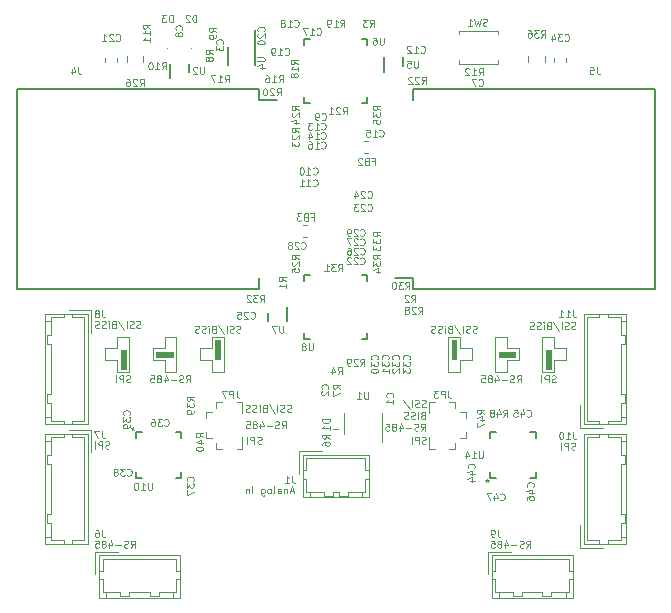
<source format=gbo>
%TF.GenerationSoftware,KiCad,Pcbnew,(5.1.6)-1*%
%TF.CreationDate,2021-04-12T15:21:15+02:00*%
%TF.ProjectId,EcatExBrd,45636174-4578-4427-9264-2e6b69636164,1.0*%
%TF.SameCoordinates,Original*%
%TF.FileFunction,Legend,Bot*%
%TF.FilePolarity,Positive*%
%FSLAX46Y46*%
G04 Gerber Fmt 4.6, Leading zero omitted, Abs format (unit mm)*
G04 Created by KiCad (PCBNEW (5.1.6)-1) date 2021-04-12 15:21:15*
%MOMM*%
%LPD*%
G01*
G04 APERTURE LIST*
%ADD10C,0.120000*%
%ADD11C,0.100000*%
%ADD12C,0.152400*%
%ADD13C,0.150000*%
G04 APERTURE END LIST*
D10*
X121428571Y-90600000D02*
X121142857Y-90600000D01*
X121485714Y-90771428D02*
X121285714Y-90171428D01*
X121085714Y-90771428D01*
X120885714Y-90371428D02*
X120885714Y-90771428D01*
X120885714Y-90428571D02*
X120857142Y-90400000D01*
X120800000Y-90371428D01*
X120714285Y-90371428D01*
X120657142Y-90400000D01*
X120628571Y-90457142D01*
X120628571Y-90771428D01*
X120085714Y-90771428D02*
X120085714Y-90457142D01*
X120114285Y-90400000D01*
X120171428Y-90371428D01*
X120285714Y-90371428D01*
X120342857Y-90400000D01*
X120085714Y-90742857D02*
X120142857Y-90771428D01*
X120285714Y-90771428D01*
X120342857Y-90742857D01*
X120371428Y-90685714D01*
X120371428Y-90628571D01*
X120342857Y-90571428D01*
X120285714Y-90542857D01*
X120142857Y-90542857D01*
X120085714Y-90514285D01*
X119714285Y-90771428D02*
X119771428Y-90742857D01*
X119800000Y-90685714D01*
X119800000Y-90171428D01*
X119400000Y-90771428D02*
X119457142Y-90742857D01*
X119485714Y-90714285D01*
X119514285Y-90657142D01*
X119514285Y-90485714D01*
X119485714Y-90428571D01*
X119457142Y-90400000D01*
X119400000Y-90371428D01*
X119314285Y-90371428D01*
X119257142Y-90400000D01*
X119228571Y-90428571D01*
X119200000Y-90485714D01*
X119200000Y-90657142D01*
X119228571Y-90714285D01*
X119257142Y-90742857D01*
X119314285Y-90771428D01*
X119400000Y-90771428D01*
X118685714Y-90371428D02*
X118685714Y-90857142D01*
X118714285Y-90914285D01*
X118742857Y-90942857D01*
X118800000Y-90971428D01*
X118885714Y-90971428D01*
X118942857Y-90942857D01*
X118685714Y-90742857D02*
X118742857Y-90771428D01*
X118857142Y-90771428D01*
X118914285Y-90742857D01*
X118942857Y-90714285D01*
X118971428Y-90657142D01*
X118971428Y-90485714D01*
X118942857Y-90428571D01*
X118914285Y-90400000D01*
X118857142Y-90371428D01*
X118742857Y-90371428D01*
X118685714Y-90400000D01*
X117942857Y-90771428D02*
X117942857Y-90171428D01*
X117657142Y-90371428D02*
X117657142Y-90771428D01*
X117657142Y-90428571D02*
X117628571Y-90400000D01*
X117571428Y-90371428D01*
X117485714Y-90371428D01*
X117428571Y-90400000D01*
X117400000Y-90457142D01*
X117400000Y-90771428D01*
X107800000Y-85171428D02*
X107800000Y-85314285D01*
X107942857Y-85257142D02*
X107800000Y-85314285D01*
X107657142Y-85257142D01*
X107885714Y-85428571D02*
X107800000Y-85314285D01*
X107714285Y-85428571D01*
X137800000Y-89571428D02*
X137800000Y-89714285D01*
X137942857Y-89657142D02*
X137800000Y-89714285D01*
X137657142Y-89657142D01*
X137885714Y-89828571D02*
X137800000Y-89714285D01*
X137714285Y-89828571D01*
X145285714Y-76842857D02*
X145200000Y-76871428D01*
X145057143Y-76871428D01*
X145000000Y-76842857D01*
X144971428Y-76814285D01*
X144942857Y-76757142D01*
X144942857Y-76700000D01*
X144971428Y-76642857D01*
X145000000Y-76614285D01*
X145057143Y-76585714D01*
X145171428Y-76557142D01*
X145228571Y-76528571D01*
X145257143Y-76500000D01*
X145285714Y-76442857D01*
X145285714Y-76385714D01*
X145257143Y-76328571D01*
X145228571Y-76300000D01*
X145171428Y-76271428D01*
X145028571Y-76271428D01*
X144942857Y-76300000D01*
X144714285Y-76842857D02*
X144628571Y-76871428D01*
X144485714Y-76871428D01*
X144428571Y-76842857D01*
X144400000Y-76814285D01*
X144371428Y-76757142D01*
X144371428Y-76700000D01*
X144400000Y-76642857D01*
X144428571Y-76614285D01*
X144485714Y-76585714D01*
X144600000Y-76557142D01*
X144657143Y-76528571D01*
X144685714Y-76500000D01*
X144714285Y-76442857D01*
X144714285Y-76385714D01*
X144685714Y-76328571D01*
X144657143Y-76300000D01*
X144600000Y-76271428D01*
X144457143Y-76271428D01*
X144371428Y-76300000D01*
X144114285Y-76871428D02*
X144114285Y-76271428D01*
X143400000Y-76242857D02*
X143914285Y-77014285D01*
X143000000Y-76557142D02*
X142914285Y-76585714D01*
X142885714Y-76614285D01*
X142857143Y-76671428D01*
X142857143Y-76757142D01*
X142885714Y-76814285D01*
X142914285Y-76842857D01*
X142971428Y-76871428D01*
X143200000Y-76871428D01*
X143200000Y-76271428D01*
X143000000Y-76271428D01*
X142942857Y-76300000D01*
X142914285Y-76328571D01*
X142885714Y-76385714D01*
X142885714Y-76442857D01*
X142914285Y-76500000D01*
X142942857Y-76528571D01*
X143000000Y-76557142D01*
X143200000Y-76557142D01*
X142600000Y-76871428D02*
X142600000Y-76471428D01*
X142600000Y-76271428D02*
X142628571Y-76300000D01*
X142600000Y-76328571D01*
X142571428Y-76300000D01*
X142600000Y-76271428D01*
X142600000Y-76328571D01*
X142342857Y-76842857D02*
X142257143Y-76871428D01*
X142114285Y-76871428D01*
X142057143Y-76842857D01*
X142028571Y-76814285D01*
X142000000Y-76757142D01*
X142000000Y-76700000D01*
X142028571Y-76642857D01*
X142057143Y-76614285D01*
X142114285Y-76585714D01*
X142228571Y-76557142D01*
X142285714Y-76528571D01*
X142314285Y-76500000D01*
X142342857Y-76442857D01*
X142342857Y-76385714D01*
X142314285Y-76328571D01*
X142285714Y-76300000D01*
X142228571Y-76271428D01*
X142085714Y-76271428D01*
X142000000Y-76300000D01*
X141771428Y-76842857D02*
X141685714Y-76871428D01*
X141542857Y-76871428D01*
X141485714Y-76842857D01*
X141457143Y-76814285D01*
X141428571Y-76757142D01*
X141428571Y-76700000D01*
X141457143Y-76642857D01*
X141485714Y-76614285D01*
X141542857Y-76585714D01*
X141657143Y-76557142D01*
X141714285Y-76528571D01*
X141742857Y-76500000D01*
X141771428Y-76442857D01*
X141771428Y-76385714D01*
X141742857Y-76328571D01*
X141714285Y-76300000D01*
X141657143Y-76271428D01*
X141514285Y-76271428D01*
X141428571Y-76300000D01*
X145285713Y-87042857D02*
X145199999Y-87071428D01*
X145057142Y-87071428D01*
X144999999Y-87042857D01*
X144971428Y-87014285D01*
X144942856Y-86957142D01*
X144942856Y-86900000D01*
X144971428Y-86842857D01*
X144999999Y-86814285D01*
X145057142Y-86785714D01*
X145171428Y-86757142D01*
X145228570Y-86728571D01*
X145257142Y-86700000D01*
X145285713Y-86642857D01*
X145285713Y-86585714D01*
X145257142Y-86528571D01*
X145228570Y-86500000D01*
X145171428Y-86471428D01*
X145028570Y-86471428D01*
X144942856Y-86500000D01*
X144685713Y-87071428D02*
X144685713Y-86471428D01*
X144457142Y-86471428D01*
X144399999Y-86500000D01*
X144371428Y-86528571D01*
X144342856Y-86585714D01*
X144342856Y-86671428D01*
X144371428Y-86728571D01*
X144399999Y-86757142D01*
X144457142Y-86785714D01*
X144685713Y-86785714D01*
X144085713Y-87071428D02*
X144085713Y-86471428D01*
X141128571Y-95371428D02*
X141328571Y-95085714D01*
X141471428Y-95371428D02*
X141471428Y-94771428D01*
X141242857Y-94771428D01*
X141185714Y-94800000D01*
X141157142Y-94828571D01*
X141128571Y-94885714D01*
X141128571Y-94971428D01*
X141157142Y-95028571D01*
X141185714Y-95057142D01*
X141242857Y-95085714D01*
X141471428Y-95085714D01*
X140900000Y-95342857D02*
X140814285Y-95371428D01*
X140671428Y-95371428D01*
X140614285Y-95342857D01*
X140585714Y-95314285D01*
X140557142Y-95257142D01*
X140557142Y-95200000D01*
X140585714Y-95142857D01*
X140614285Y-95114285D01*
X140671428Y-95085714D01*
X140785714Y-95057142D01*
X140842857Y-95028571D01*
X140871428Y-95000000D01*
X140900000Y-94942857D01*
X140900000Y-94885714D01*
X140871428Y-94828571D01*
X140842857Y-94800000D01*
X140785714Y-94771428D01*
X140642857Y-94771428D01*
X140557142Y-94800000D01*
X140300000Y-95142857D02*
X139842857Y-95142857D01*
X139300000Y-94971428D02*
X139300000Y-95371428D01*
X139442857Y-94742857D02*
X139585714Y-95171428D01*
X139214285Y-95171428D01*
X138900000Y-95028571D02*
X138957142Y-95000000D01*
X138985714Y-94971428D01*
X139014285Y-94914285D01*
X139014285Y-94885714D01*
X138985714Y-94828571D01*
X138957142Y-94800000D01*
X138900000Y-94771428D01*
X138785714Y-94771428D01*
X138728571Y-94800000D01*
X138700000Y-94828571D01*
X138671428Y-94885714D01*
X138671428Y-94914285D01*
X138700000Y-94971428D01*
X138728571Y-95000000D01*
X138785714Y-95028571D01*
X138900000Y-95028571D01*
X138957142Y-95057142D01*
X138985714Y-95085714D01*
X139014285Y-95142857D01*
X139014285Y-95257142D01*
X138985714Y-95314285D01*
X138957142Y-95342857D01*
X138900000Y-95371428D01*
X138785714Y-95371428D01*
X138728571Y-95342857D01*
X138700000Y-95314285D01*
X138671428Y-95257142D01*
X138671428Y-95142857D01*
X138700000Y-95085714D01*
X138728571Y-95057142D01*
X138785714Y-95028571D01*
X138128571Y-94771428D02*
X138414285Y-94771428D01*
X138442857Y-95057142D01*
X138414285Y-95028571D01*
X138357142Y-95000000D01*
X138214285Y-95000000D01*
X138157142Y-95028571D01*
X138128571Y-95057142D01*
X138100000Y-95114285D01*
X138100000Y-95257142D01*
X138128571Y-95314285D01*
X138157142Y-95342857D01*
X138214285Y-95371428D01*
X138357142Y-95371428D01*
X138414285Y-95342857D01*
X138442857Y-95314285D01*
X107628571Y-95371428D02*
X107828571Y-95085714D01*
X107971428Y-95371428D02*
X107971428Y-94771428D01*
X107742857Y-94771428D01*
X107685714Y-94800000D01*
X107657142Y-94828571D01*
X107628571Y-94885714D01*
X107628571Y-94971428D01*
X107657142Y-95028571D01*
X107685714Y-95057142D01*
X107742857Y-95085714D01*
X107971428Y-95085714D01*
X107400000Y-95342857D02*
X107314285Y-95371428D01*
X107171428Y-95371428D01*
X107114285Y-95342857D01*
X107085714Y-95314285D01*
X107057142Y-95257142D01*
X107057142Y-95200000D01*
X107085714Y-95142857D01*
X107114285Y-95114285D01*
X107171428Y-95085714D01*
X107285714Y-95057142D01*
X107342857Y-95028571D01*
X107371428Y-95000000D01*
X107400000Y-94942857D01*
X107400000Y-94885714D01*
X107371428Y-94828571D01*
X107342857Y-94800000D01*
X107285714Y-94771428D01*
X107142857Y-94771428D01*
X107057142Y-94800000D01*
X106800000Y-95142857D02*
X106342857Y-95142857D01*
X105800000Y-94971428D02*
X105800000Y-95371428D01*
X105942857Y-94742857D02*
X106085714Y-95171428D01*
X105714285Y-95171428D01*
X105400000Y-95028571D02*
X105457142Y-95000000D01*
X105485714Y-94971428D01*
X105514285Y-94914285D01*
X105514285Y-94885714D01*
X105485714Y-94828571D01*
X105457142Y-94800000D01*
X105400000Y-94771428D01*
X105285714Y-94771428D01*
X105228571Y-94800000D01*
X105200000Y-94828571D01*
X105171428Y-94885714D01*
X105171428Y-94914285D01*
X105200000Y-94971428D01*
X105228571Y-95000000D01*
X105285714Y-95028571D01*
X105400000Y-95028571D01*
X105457142Y-95057142D01*
X105485714Y-95085714D01*
X105514285Y-95142857D01*
X105514285Y-95257142D01*
X105485714Y-95314285D01*
X105457142Y-95342857D01*
X105400000Y-95371428D01*
X105285714Y-95371428D01*
X105228571Y-95342857D01*
X105200000Y-95314285D01*
X105171428Y-95257142D01*
X105171428Y-95142857D01*
X105200000Y-95085714D01*
X105228571Y-95057142D01*
X105285714Y-95028571D01*
X104628571Y-94771428D02*
X104914285Y-94771428D01*
X104942857Y-95057142D01*
X104914285Y-95028571D01*
X104857142Y-95000000D01*
X104714285Y-95000000D01*
X104657142Y-95028571D01*
X104628571Y-95057142D01*
X104600000Y-95114285D01*
X104600000Y-95257142D01*
X104628571Y-95314285D01*
X104657142Y-95342857D01*
X104714285Y-95371428D01*
X104857142Y-95371428D01*
X104914285Y-95342857D01*
X104942857Y-95314285D01*
X105828571Y-86942857D02*
X105742857Y-86971428D01*
X105600000Y-86971428D01*
X105542857Y-86942857D01*
X105514286Y-86914285D01*
X105485714Y-86857142D01*
X105485714Y-86800000D01*
X105514286Y-86742857D01*
X105542857Y-86714285D01*
X105600000Y-86685714D01*
X105714286Y-86657142D01*
X105771428Y-86628571D01*
X105800000Y-86600000D01*
X105828571Y-86542857D01*
X105828571Y-86485714D01*
X105800000Y-86428571D01*
X105771428Y-86400000D01*
X105714286Y-86371428D01*
X105571428Y-86371428D01*
X105485714Y-86400000D01*
X105228571Y-86971428D02*
X105228571Y-86371428D01*
X105000000Y-86371428D01*
X104942857Y-86400000D01*
X104914286Y-86428571D01*
X104885714Y-86485714D01*
X104885714Y-86571428D01*
X104914286Y-86628571D01*
X104942857Y-86657142D01*
X105000000Y-86685714D01*
X105228571Y-86685714D01*
X104628571Y-86971428D02*
X104628571Y-86371428D01*
X108457143Y-76742857D02*
X108371429Y-76771428D01*
X108228572Y-76771428D01*
X108171429Y-76742857D01*
X108142857Y-76714285D01*
X108114286Y-76657142D01*
X108114286Y-76600000D01*
X108142857Y-76542857D01*
X108171429Y-76514285D01*
X108228572Y-76485714D01*
X108342857Y-76457142D01*
X108400000Y-76428571D01*
X108428572Y-76400000D01*
X108457143Y-76342857D01*
X108457143Y-76285714D01*
X108428572Y-76228571D01*
X108400000Y-76200000D01*
X108342857Y-76171428D01*
X108200000Y-76171428D01*
X108114286Y-76200000D01*
X107885714Y-76742857D02*
X107800000Y-76771428D01*
X107657143Y-76771428D01*
X107600000Y-76742857D01*
X107571429Y-76714285D01*
X107542857Y-76657142D01*
X107542857Y-76600000D01*
X107571429Y-76542857D01*
X107600000Y-76514285D01*
X107657143Y-76485714D01*
X107771429Y-76457142D01*
X107828572Y-76428571D01*
X107857143Y-76400000D01*
X107885714Y-76342857D01*
X107885714Y-76285714D01*
X107857143Y-76228571D01*
X107828572Y-76200000D01*
X107771429Y-76171428D01*
X107628572Y-76171428D01*
X107542857Y-76200000D01*
X107285714Y-76771428D02*
X107285714Y-76171428D01*
X106571429Y-76142857D02*
X107085714Y-76914285D01*
X106171429Y-76457142D02*
X106085714Y-76485714D01*
X106057143Y-76514285D01*
X106028572Y-76571428D01*
X106028572Y-76657142D01*
X106057143Y-76714285D01*
X106085714Y-76742857D01*
X106142857Y-76771428D01*
X106371429Y-76771428D01*
X106371429Y-76171428D01*
X106171429Y-76171428D01*
X106114286Y-76200000D01*
X106085714Y-76228571D01*
X106057143Y-76285714D01*
X106057143Y-76342857D01*
X106085714Y-76400000D01*
X106114286Y-76428571D01*
X106171429Y-76457142D01*
X106371429Y-76457142D01*
X105771429Y-76771428D02*
X105771429Y-76371428D01*
X105771429Y-76171428D02*
X105800000Y-76200000D01*
X105771429Y-76228571D01*
X105742857Y-76200000D01*
X105771429Y-76171428D01*
X105771429Y-76228571D01*
X105514286Y-76742857D02*
X105428572Y-76771428D01*
X105285714Y-76771428D01*
X105228572Y-76742857D01*
X105200000Y-76714285D01*
X105171429Y-76657142D01*
X105171429Y-76600000D01*
X105200000Y-76542857D01*
X105228572Y-76514285D01*
X105285714Y-76485714D01*
X105400000Y-76457142D01*
X105457143Y-76428571D01*
X105485714Y-76400000D01*
X105514286Y-76342857D01*
X105514286Y-76285714D01*
X105485714Y-76228571D01*
X105457143Y-76200000D01*
X105400000Y-76171428D01*
X105257143Y-76171428D01*
X105171429Y-76200000D01*
X104942857Y-76742857D02*
X104857143Y-76771428D01*
X104714286Y-76771428D01*
X104657143Y-76742857D01*
X104628572Y-76714285D01*
X104600000Y-76657142D01*
X104600000Y-76600000D01*
X104628572Y-76542857D01*
X104657143Y-76514285D01*
X104714286Y-76485714D01*
X104828572Y-76457142D01*
X104885714Y-76428571D01*
X104914286Y-76400000D01*
X104942857Y-76342857D01*
X104942857Y-76285714D01*
X104914286Y-76228571D01*
X104885714Y-76200000D01*
X104828572Y-76171428D01*
X104685714Y-76171428D01*
X104600000Y-76200000D01*
X132614285Y-86542857D02*
X132528571Y-86571428D01*
X132385714Y-86571428D01*
X132328571Y-86542857D01*
X132300000Y-86514285D01*
X132271428Y-86457142D01*
X132271428Y-86400000D01*
X132300000Y-86342857D01*
X132328571Y-86314285D01*
X132385714Y-86285714D01*
X132500000Y-86257142D01*
X132557142Y-86228571D01*
X132585714Y-86200000D01*
X132614285Y-86142857D01*
X132614285Y-86085714D01*
X132585714Y-86028571D01*
X132557142Y-86000000D01*
X132500000Y-85971428D01*
X132357142Y-85971428D01*
X132271428Y-86000000D01*
X132014285Y-86571428D02*
X132014285Y-85971428D01*
X131785714Y-85971428D01*
X131728571Y-86000000D01*
X131700000Y-86028571D01*
X131671428Y-86085714D01*
X131671428Y-86171428D01*
X131700000Y-86228571D01*
X131728571Y-86257142D01*
X131785714Y-86285714D01*
X132014285Y-86285714D01*
X131414285Y-86571428D02*
X131414285Y-85971428D01*
X132228571Y-85471428D02*
X132428571Y-85185714D01*
X132571428Y-85471428D02*
X132571428Y-84871428D01*
X132342857Y-84871428D01*
X132285714Y-84900000D01*
X132257142Y-84928571D01*
X132228571Y-84985714D01*
X132228571Y-85071428D01*
X132257142Y-85128571D01*
X132285714Y-85157142D01*
X132342857Y-85185714D01*
X132571428Y-85185714D01*
X132000000Y-85442857D02*
X131914285Y-85471428D01*
X131771428Y-85471428D01*
X131714285Y-85442857D01*
X131685714Y-85414285D01*
X131657142Y-85357142D01*
X131657142Y-85300000D01*
X131685714Y-85242857D01*
X131714285Y-85214285D01*
X131771428Y-85185714D01*
X131885714Y-85157142D01*
X131942857Y-85128571D01*
X131971428Y-85100000D01*
X132000000Y-85042857D01*
X132000000Y-84985714D01*
X131971428Y-84928571D01*
X131942857Y-84900000D01*
X131885714Y-84871428D01*
X131742857Y-84871428D01*
X131657142Y-84900000D01*
X131400000Y-85242857D02*
X130942857Y-85242857D01*
X130400000Y-85071428D02*
X130400000Y-85471428D01*
X130542857Y-84842857D02*
X130685714Y-85271428D01*
X130314285Y-85271428D01*
X130000000Y-85128571D02*
X130057142Y-85100000D01*
X130085714Y-85071428D01*
X130114285Y-85014285D01*
X130114285Y-84985714D01*
X130085714Y-84928571D01*
X130057142Y-84900000D01*
X130000000Y-84871428D01*
X129885714Y-84871428D01*
X129828571Y-84900000D01*
X129800000Y-84928571D01*
X129771428Y-84985714D01*
X129771428Y-85014285D01*
X129800000Y-85071428D01*
X129828571Y-85100000D01*
X129885714Y-85128571D01*
X130000000Y-85128571D01*
X130057142Y-85157142D01*
X130085714Y-85185714D01*
X130114285Y-85242857D01*
X130114285Y-85357142D01*
X130085714Y-85414285D01*
X130057142Y-85442857D01*
X130000000Y-85471428D01*
X129885714Y-85471428D01*
X129828571Y-85442857D01*
X129800000Y-85414285D01*
X129771428Y-85357142D01*
X129771428Y-85242857D01*
X129800000Y-85185714D01*
X129828571Y-85157142D01*
X129885714Y-85128571D01*
X129228571Y-84871428D02*
X129514285Y-84871428D01*
X129542857Y-85157142D01*
X129514285Y-85128571D01*
X129457142Y-85100000D01*
X129314285Y-85100000D01*
X129257142Y-85128571D01*
X129228571Y-85157142D01*
X129200000Y-85214285D01*
X129200000Y-85357142D01*
X129228571Y-85414285D01*
X129257142Y-85442857D01*
X129314285Y-85471428D01*
X129457142Y-85471428D01*
X129514285Y-85442857D01*
X129542857Y-85414285D01*
X132614285Y-83432857D02*
X132528571Y-83461428D01*
X132385714Y-83461428D01*
X132328571Y-83432857D01*
X132300000Y-83404285D01*
X132271428Y-83347142D01*
X132271428Y-83290000D01*
X132300000Y-83232857D01*
X132328571Y-83204285D01*
X132385714Y-83175714D01*
X132500000Y-83147142D01*
X132557142Y-83118571D01*
X132585714Y-83090000D01*
X132614285Y-83032857D01*
X132614285Y-82975714D01*
X132585714Y-82918571D01*
X132557142Y-82890000D01*
X132500000Y-82861428D01*
X132357142Y-82861428D01*
X132271428Y-82890000D01*
X132042857Y-83432857D02*
X131957142Y-83461428D01*
X131814285Y-83461428D01*
X131757142Y-83432857D01*
X131728571Y-83404285D01*
X131700000Y-83347142D01*
X131700000Y-83290000D01*
X131728571Y-83232857D01*
X131757142Y-83204285D01*
X131814285Y-83175714D01*
X131928571Y-83147142D01*
X131985714Y-83118571D01*
X132014285Y-83090000D01*
X132042857Y-83032857D01*
X132042857Y-82975714D01*
X132014285Y-82918571D01*
X131985714Y-82890000D01*
X131928571Y-82861428D01*
X131785714Y-82861428D01*
X131700000Y-82890000D01*
X131442857Y-83461428D02*
X131442857Y-82861428D01*
X130728571Y-82832857D02*
X131242857Y-83604285D01*
X132371428Y-84167142D02*
X132285714Y-84195714D01*
X132257142Y-84224285D01*
X132228571Y-84281428D01*
X132228571Y-84367142D01*
X132257142Y-84424285D01*
X132285714Y-84452857D01*
X132342857Y-84481428D01*
X132571428Y-84481428D01*
X132571428Y-83881428D01*
X132371428Y-83881428D01*
X132314285Y-83910000D01*
X132285714Y-83938571D01*
X132257142Y-83995714D01*
X132257142Y-84052857D01*
X132285714Y-84110000D01*
X132314285Y-84138571D01*
X132371428Y-84167142D01*
X132571428Y-84167142D01*
X131971428Y-84481428D02*
X131971428Y-84081428D01*
X131971428Y-83881428D02*
X132000000Y-83910000D01*
X131971428Y-83938571D01*
X131942857Y-83910000D01*
X131971428Y-83881428D01*
X131971428Y-83938571D01*
X131714285Y-84452857D02*
X131628571Y-84481428D01*
X131485714Y-84481428D01*
X131428571Y-84452857D01*
X131400000Y-84424285D01*
X131371428Y-84367142D01*
X131371428Y-84310000D01*
X131400000Y-84252857D01*
X131428571Y-84224285D01*
X131485714Y-84195714D01*
X131600000Y-84167142D01*
X131657142Y-84138571D01*
X131685714Y-84110000D01*
X131714285Y-84052857D01*
X131714285Y-83995714D01*
X131685714Y-83938571D01*
X131657142Y-83910000D01*
X131600000Y-83881428D01*
X131457142Y-83881428D01*
X131371428Y-83910000D01*
X131142857Y-84452857D02*
X131057142Y-84481428D01*
X130914285Y-84481428D01*
X130857142Y-84452857D01*
X130828571Y-84424285D01*
X130800000Y-84367142D01*
X130800000Y-84310000D01*
X130828571Y-84252857D01*
X130857142Y-84224285D01*
X130914285Y-84195714D01*
X131028571Y-84167142D01*
X131085714Y-84138571D01*
X131114285Y-84110000D01*
X131142857Y-84052857D01*
X131142857Y-83995714D01*
X131114285Y-83938571D01*
X131085714Y-83910000D01*
X131028571Y-83881428D01*
X130885714Y-83881428D01*
X130800000Y-83910000D01*
X118714285Y-86542857D02*
X118628571Y-86571428D01*
X118485714Y-86571428D01*
X118428571Y-86542857D01*
X118400000Y-86514285D01*
X118371428Y-86457142D01*
X118371428Y-86400000D01*
X118400000Y-86342857D01*
X118428571Y-86314285D01*
X118485714Y-86285714D01*
X118600000Y-86257142D01*
X118657142Y-86228571D01*
X118685714Y-86200000D01*
X118714285Y-86142857D01*
X118714285Y-86085714D01*
X118685714Y-86028571D01*
X118657142Y-86000000D01*
X118600000Y-85971428D01*
X118457142Y-85971428D01*
X118371428Y-86000000D01*
X118114285Y-86571428D02*
X118114285Y-85971428D01*
X117885714Y-85971428D01*
X117828571Y-86000000D01*
X117800000Y-86028571D01*
X117771428Y-86085714D01*
X117771428Y-86171428D01*
X117800000Y-86228571D01*
X117828571Y-86257142D01*
X117885714Y-86285714D01*
X118114285Y-86285714D01*
X117514285Y-86571428D02*
X117514285Y-85971428D01*
X120428571Y-85271428D02*
X120628571Y-84985714D01*
X120771428Y-85271428D02*
X120771428Y-84671428D01*
X120542857Y-84671428D01*
X120485714Y-84700000D01*
X120457142Y-84728571D01*
X120428571Y-84785714D01*
X120428571Y-84871428D01*
X120457142Y-84928571D01*
X120485714Y-84957142D01*
X120542857Y-84985714D01*
X120771428Y-84985714D01*
X120200000Y-85242857D02*
X120114285Y-85271428D01*
X119971428Y-85271428D01*
X119914285Y-85242857D01*
X119885714Y-85214285D01*
X119857142Y-85157142D01*
X119857142Y-85100000D01*
X119885714Y-85042857D01*
X119914285Y-85014285D01*
X119971428Y-84985714D01*
X120085714Y-84957142D01*
X120142857Y-84928571D01*
X120171428Y-84900000D01*
X120200000Y-84842857D01*
X120200000Y-84785714D01*
X120171428Y-84728571D01*
X120142857Y-84700000D01*
X120085714Y-84671428D01*
X119942857Y-84671428D01*
X119857142Y-84700000D01*
X119600000Y-85042857D02*
X119142857Y-85042857D01*
X118600000Y-84871428D02*
X118600000Y-85271428D01*
X118742857Y-84642857D02*
X118885714Y-85071428D01*
X118514285Y-85071428D01*
X118200000Y-84928571D02*
X118257142Y-84900000D01*
X118285714Y-84871428D01*
X118314285Y-84814285D01*
X118314285Y-84785714D01*
X118285714Y-84728571D01*
X118257142Y-84700000D01*
X118200000Y-84671428D01*
X118085714Y-84671428D01*
X118028571Y-84700000D01*
X118000000Y-84728571D01*
X117971428Y-84785714D01*
X117971428Y-84814285D01*
X118000000Y-84871428D01*
X118028571Y-84900000D01*
X118085714Y-84928571D01*
X118200000Y-84928571D01*
X118257142Y-84957142D01*
X118285714Y-84985714D01*
X118314285Y-85042857D01*
X118314285Y-85157142D01*
X118285714Y-85214285D01*
X118257142Y-85242857D01*
X118200000Y-85271428D01*
X118085714Y-85271428D01*
X118028571Y-85242857D01*
X118000000Y-85214285D01*
X117971428Y-85157142D01*
X117971428Y-85042857D01*
X118000000Y-84985714D01*
X118028571Y-84957142D01*
X118085714Y-84928571D01*
X117428571Y-84671428D02*
X117714285Y-84671428D01*
X117742857Y-84957142D01*
X117714285Y-84928571D01*
X117657142Y-84900000D01*
X117514285Y-84900000D01*
X117457142Y-84928571D01*
X117428571Y-84957142D01*
X117400000Y-85014285D01*
X117400000Y-85157142D01*
X117428571Y-85214285D01*
X117457142Y-85242857D01*
X117514285Y-85271428D01*
X117657142Y-85271428D01*
X117714285Y-85242857D01*
X117742857Y-85214285D01*
X121228571Y-83842857D02*
X121142857Y-83871428D01*
X121000000Y-83871428D01*
X120942857Y-83842857D01*
X120914285Y-83814285D01*
X120885714Y-83757142D01*
X120885714Y-83700000D01*
X120914285Y-83642857D01*
X120942857Y-83614285D01*
X121000000Y-83585714D01*
X121114285Y-83557142D01*
X121171428Y-83528571D01*
X121200000Y-83500000D01*
X121228571Y-83442857D01*
X121228571Y-83385714D01*
X121200000Y-83328571D01*
X121171428Y-83300000D01*
X121114285Y-83271428D01*
X120971428Y-83271428D01*
X120885714Y-83300000D01*
X120657142Y-83842857D02*
X120571428Y-83871428D01*
X120428571Y-83871428D01*
X120371428Y-83842857D01*
X120342857Y-83814285D01*
X120314285Y-83757142D01*
X120314285Y-83700000D01*
X120342857Y-83642857D01*
X120371428Y-83614285D01*
X120428571Y-83585714D01*
X120542857Y-83557142D01*
X120600000Y-83528571D01*
X120628571Y-83500000D01*
X120657142Y-83442857D01*
X120657142Y-83385714D01*
X120628571Y-83328571D01*
X120600000Y-83300000D01*
X120542857Y-83271428D01*
X120400000Y-83271428D01*
X120314285Y-83300000D01*
X120057142Y-83871428D02*
X120057142Y-83271428D01*
X119342857Y-83242857D02*
X119857142Y-84014285D01*
X118942857Y-83557142D02*
X118857142Y-83585714D01*
X118828571Y-83614285D01*
X118800000Y-83671428D01*
X118800000Y-83757142D01*
X118828571Y-83814285D01*
X118857142Y-83842857D01*
X118914285Y-83871428D01*
X119142857Y-83871428D01*
X119142857Y-83271428D01*
X118942857Y-83271428D01*
X118885714Y-83300000D01*
X118857142Y-83328571D01*
X118828571Y-83385714D01*
X118828571Y-83442857D01*
X118857142Y-83500000D01*
X118885714Y-83528571D01*
X118942857Y-83557142D01*
X119142857Y-83557142D01*
X118542857Y-83871428D02*
X118542857Y-83471428D01*
X118542857Y-83271428D02*
X118571428Y-83300000D01*
X118542857Y-83328571D01*
X118514285Y-83300000D01*
X118542857Y-83271428D01*
X118542857Y-83328571D01*
X118285714Y-83842857D02*
X118200000Y-83871428D01*
X118057142Y-83871428D01*
X118000000Y-83842857D01*
X117971428Y-83814285D01*
X117942857Y-83757142D01*
X117942857Y-83700000D01*
X117971428Y-83642857D01*
X118000000Y-83614285D01*
X118057142Y-83585714D01*
X118171428Y-83557142D01*
X118228571Y-83528571D01*
X118257142Y-83500000D01*
X118285714Y-83442857D01*
X118285714Y-83385714D01*
X118257142Y-83328571D01*
X118228571Y-83300000D01*
X118171428Y-83271428D01*
X118028571Y-83271428D01*
X117942857Y-83300000D01*
X117714285Y-83842857D02*
X117628571Y-83871428D01*
X117485714Y-83871428D01*
X117428571Y-83842857D01*
X117400000Y-83814285D01*
X117371428Y-83757142D01*
X117371428Y-83700000D01*
X117400000Y-83642857D01*
X117428571Y-83614285D01*
X117485714Y-83585714D01*
X117600000Y-83557142D01*
X117657142Y-83528571D01*
X117685714Y-83500000D01*
X117714285Y-83442857D01*
X117714285Y-83385714D01*
X117685714Y-83328571D01*
X117657142Y-83300000D01*
X117600000Y-83271428D01*
X117457142Y-83271428D01*
X117371428Y-83300000D01*
X111500000Y-77500000D02*
X111500000Y-80500000D01*
X113500000Y-78500000D02*
X114500000Y-78500000D01*
X114500000Y-80500000D02*
X115500000Y-80500000D01*
X113500000Y-79500000D02*
X114500000Y-79500000D01*
X110500000Y-80500000D02*
X110500000Y-79500000D01*
D11*
G36*
X115200000Y-79400000D02*
G01*
X114800000Y-79400000D01*
X114800000Y-77800000D01*
X115200000Y-77800000D01*
X115200000Y-79400000D01*
G37*
X115200000Y-79400000D02*
X114800000Y-79400000D01*
X114800000Y-77800000D01*
X115200000Y-77800000D01*
X115200000Y-79400000D01*
D10*
X114500000Y-78500000D02*
X114500000Y-77500000D01*
X113500000Y-79500000D02*
X113500000Y-78500000D01*
X109500000Y-78500000D02*
X110500000Y-78500000D01*
X114500000Y-77500000D02*
X115500000Y-77500000D01*
X110500000Y-78500000D02*
X110500000Y-77500000D01*
X110500000Y-77500000D02*
X111500000Y-77500000D01*
X110500000Y-80500000D02*
X111500000Y-80500000D01*
X115500000Y-77500000D02*
X115500000Y-80500000D01*
X109500000Y-79500000D02*
X110500000Y-79500000D01*
D11*
G36*
X111200000Y-79200000D02*
G01*
X109800000Y-79200000D01*
X109800000Y-78800000D01*
X111200000Y-78800000D01*
X111200000Y-79200000D01*
G37*
X111200000Y-79200000D02*
X109800000Y-79200000D01*
X109800000Y-78800000D01*
X111200000Y-78800000D01*
X111200000Y-79200000D01*
D10*
X109500000Y-79500000D02*
X109500000Y-78500000D01*
X107614285Y-81342857D02*
X107528571Y-81371428D01*
X107385714Y-81371428D01*
X107328571Y-81342857D01*
X107300000Y-81314285D01*
X107271428Y-81257142D01*
X107271428Y-81200000D01*
X107300000Y-81142857D01*
X107328571Y-81114285D01*
X107385714Y-81085714D01*
X107500000Y-81057142D01*
X107557142Y-81028571D01*
X107585714Y-81000000D01*
X107614285Y-80942857D01*
X107614285Y-80885714D01*
X107585714Y-80828571D01*
X107557142Y-80800000D01*
X107500000Y-80771428D01*
X107357142Y-80771428D01*
X107271428Y-80800000D01*
X107014285Y-81371428D02*
X107014285Y-80771428D01*
X106785714Y-80771428D01*
X106728571Y-80800000D01*
X106700000Y-80828571D01*
X106671428Y-80885714D01*
X106671428Y-80971428D01*
X106700000Y-81028571D01*
X106728571Y-81057142D01*
X106785714Y-81085714D01*
X107014285Y-81085714D01*
X106414285Y-81371428D02*
X106414285Y-80771428D01*
X112328571Y-81371428D02*
X112528571Y-81085714D01*
X112671428Y-81371428D02*
X112671428Y-80771428D01*
X112442857Y-80771428D01*
X112385714Y-80800000D01*
X112357142Y-80828571D01*
X112328571Y-80885714D01*
X112328571Y-80971428D01*
X112357142Y-81028571D01*
X112385714Y-81057142D01*
X112442857Y-81085714D01*
X112671428Y-81085714D01*
X112100000Y-81342857D02*
X112014285Y-81371428D01*
X111871428Y-81371428D01*
X111814285Y-81342857D01*
X111785714Y-81314285D01*
X111757142Y-81257142D01*
X111757142Y-81200000D01*
X111785714Y-81142857D01*
X111814285Y-81114285D01*
X111871428Y-81085714D01*
X111985714Y-81057142D01*
X112042857Y-81028571D01*
X112071428Y-81000000D01*
X112100000Y-80942857D01*
X112100000Y-80885714D01*
X112071428Y-80828571D01*
X112042857Y-80800000D01*
X111985714Y-80771428D01*
X111842857Y-80771428D01*
X111757142Y-80800000D01*
X111500000Y-81142857D02*
X111042857Y-81142857D01*
X110500000Y-80971428D02*
X110500000Y-81371428D01*
X110642857Y-80742857D02*
X110785714Y-81171428D01*
X110414285Y-81171428D01*
X110100000Y-81028571D02*
X110157142Y-81000000D01*
X110185714Y-80971428D01*
X110214285Y-80914285D01*
X110214285Y-80885714D01*
X110185714Y-80828571D01*
X110157142Y-80800000D01*
X110100000Y-80771428D01*
X109985714Y-80771428D01*
X109928571Y-80800000D01*
X109900000Y-80828571D01*
X109871428Y-80885714D01*
X109871428Y-80914285D01*
X109900000Y-80971428D01*
X109928571Y-81000000D01*
X109985714Y-81028571D01*
X110100000Y-81028571D01*
X110157142Y-81057142D01*
X110185714Y-81085714D01*
X110214285Y-81142857D01*
X110214285Y-81257142D01*
X110185714Y-81314285D01*
X110157142Y-81342857D01*
X110100000Y-81371428D01*
X109985714Y-81371428D01*
X109928571Y-81342857D01*
X109900000Y-81314285D01*
X109871428Y-81257142D01*
X109871428Y-81142857D01*
X109900000Y-81085714D01*
X109928571Y-81057142D01*
X109985714Y-81028571D01*
X109328571Y-80771428D02*
X109614285Y-80771428D01*
X109642857Y-81057142D01*
X109614285Y-81028571D01*
X109557142Y-81000000D01*
X109414285Y-81000000D01*
X109357142Y-81028571D01*
X109328571Y-81057142D01*
X109300000Y-81114285D01*
X109300000Y-81257142D01*
X109328571Y-81314285D01*
X109357142Y-81342857D01*
X109414285Y-81371428D01*
X109557142Y-81371428D01*
X109614285Y-81342857D01*
X109642857Y-81314285D01*
X116928571Y-77142857D02*
X116842857Y-77171428D01*
X116700000Y-77171428D01*
X116642857Y-77142857D01*
X116614285Y-77114285D01*
X116585714Y-77057142D01*
X116585714Y-77000000D01*
X116614285Y-76942857D01*
X116642857Y-76914285D01*
X116700000Y-76885714D01*
X116814285Y-76857142D01*
X116871428Y-76828571D01*
X116900000Y-76800000D01*
X116928571Y-76742857D01*
X116928571Y-76685714D01*
X116900000Y-76628571D01*
X116871428Y-76600000D01*
X116814285Y-76571428D01*
X116671428Y-76571428D01*
X116585714Y-76600000D01*
X116357142Y-77142857D02*
X116271428Y-77171428D01*
X116128571Y-77171428D01*
X116071428Y-77142857D01*
X116042857Y-77114285D01*
X116014285Y-77057142D01*
X116014285Y-77000000D01*
X116042857Y-76942857D01*
X116071428Y-76914285D01*
X116128571Y-76885714D01*
X116242857Y-76857142D01*
X116300000Y-76828571D01*
X116328571Y-76800000D01*
X116357142Y-76742857D01*
X116357142Y-76685714D01*
X116328571Y-76628571D01*
X116300000Y-76600000D01*
X116242857Y-76571428D01*
X116100000Y-76571428D01*
X116014285Y-76600000D01*
X115757142Y-77171428D02*
X115757142Y-76571428D01*
X115042857Y-76542857D02*
X115557142Y-77314285D01*
X114642857Y-76857142D02*
X114557142Y-76885714D01*
X114528571Y-76914285D01*
X114500000Y-76971428D01*
X114500000Y-77057142D01*
X114528571Y-77114285D01*
X114557142Y-77142857D01*
X114614285Y-77171428D01*
X114842857Y-77171428D01*
X114842857Y-76571428D01*
X114642857Y-76571428D01*
X114585714Y-76600000D01*
X114557142Y-76628571D01*
X114528571Y-76685714D01*
X114528571Y-76742857D01*
X114557142Y-76800000D01*
X114585714Y-76828571D01*
X114642857Y-76857142D01*
X114842857Y-76857142D01*
X114242857Y-77171428D02*
X114242857Y-76771428D01*
X114242857Y-76571428D02*
X114271428Y-76600000D01*
X114242857Y-76628571D01*
X114214285Y-76600000D01*
X114242857Y-76571428D01*
X114242857Y-76628571D01*
X113985714Y-77142857D02*
X113900000Y-77171428D01*
X113757142Y-77171428D01*
X113700000Y-77142857D01*
X113671428Y-77114285D01*
X113642857Y-77057142D01*
X113642857Y-77000000D01*
X113671428Y-76942857D01*
X113700000Y-76914285D01*
X113757142Y-76885714D01*
X113871428Y-76857142D01*
X113928571Y-76828571D01*
X113957142Y-76800000D01*
X113985714Y-76742857D01*
X113985714Y-76685714D01*
X113957142Y-76628571D01*
X113928571Y-76600000D01*
X113871428Y-76571428D01*
X113728571Y-76571428D01*
X113642857Y-76600000D01*
X113414285Y-77142857D02*
X113328571Y-77171428D01*
X113185714Y-77171428D01*
X113128571Y-77142857D01*
X113100000Y-77114285D01*
X113071428Y-77057142D01*
X113071428Y-77000000D01*
X113100000Y-76942857D01*
X113128571Y-76914285D01*
X113185714Y-76885714D01*
X113300000Y-76857142D01*
X113357142Y-76828571D01*
X113385714Y-76800000D01*
X113414285Y-76742857D01*
X113414285Y-76685714D01*
X113385714Y-76628571D01*
X113357142Y-76600000D01*
X113300000Y-76571428D01*
X113157142Y-76571428D01*
X113071428Y-76600000D01*
X106500000Y-78500000D02*
X106500000Y-77500000D01*
X106500000Y-80500000D02*
X107500000Y-80500000D01*
X105500000Y-78500000D02*
X106500000Y-78500000D01*
X106500000Y-77500000D02*
X107500000Y-77500000D01*
X105500000Y-79500000D02*
X106500000Y-79500000D01*
X105500000Y-79500000D02*
X105500000Y-78500000D01*
D11*
G36*
X107200000Y-80200000D02*
G01*
X106800000Y-80200000D01*
X106800000Y-78600000D01*
X107200000Y-78600000D01*
X107200000Y-80200000D01*
G37*
X107200000Y-80200000D02*
X106800000Y-80200000D01*
X106800000Y-78600000D01*
X107200000Y-78600000D01*
X107200000Y-80200000D01*
D10*
X106500000Y-80500000D02*
X106500000Y-79500000D01*
X107500000Y-77500000D02*
X107500000Y-80500000D01*
X114500000Y-80500000D02*
X114500000Y-79500000D01*
D11*
G36*
X143200000Y-80200000D02*
G01*
X142800000Y-80200000D01*
X142800000Y-78600000D01*
X143200000Y-78600000D01*
X143200000Y-80200000D01*
G37*
X143200000Y-80200000D02*
X142800000Y-80200000D01*
X142800000Y-78600000D01*
X143200000Y-78600000D01*
X143200000Y-80200000D01*
D10*
X142500000Y-80500000D02*
X142500000Y-77500000D01*
X143500000Y-77500000D02*
X143500000Y-78500000D01*
X144500000Y-79500000D02*
X143500000Y-79500000D01*
X143500000Y-79500000D02*
X143500000Y-80500000D01*
X143500000Y-80500000D02*
X142500000Y-80500000D01*
X143500000Y-77500000D02*
X142500000Y-77500000D01*
X144500000Y-78500000D02*
X143500000Y-78500000D01*
X144500000Y-78500000D02*
X144500000Y-79500000D01*
X143614285Y-81342857D02*
X143528571Y-81371428D01*
X143385714Y-81371428D01*
X143328571Y-81342857D01*
X143300000Y-81314285D01*
X143271428Y-81257142D01*
X143271428Y-81200000D01*
X143300000Y-81142857D01*
X143328571Y-81114285D01*
X143385714Y-81085714D01*
X143500000Y-81057142D01*
X143557142Y-81028571D01*
X143585714Y-81000000D01*
X143614285Y-80942857D01*
X143614285Y-80885714D01*
X143585714Y-80828571D01*
X143557142Y-80800000D01*
X143500000Y-80771428D01*
X143357142Y-80771428D01*
X143271428Y-80800000D01*
X143014285Y-81371428D02*
X143014285Y-80771428D01*
X142785714Y-80771428D01*
X142728571Y-80800000D01*
X142700000Y-80828571D01*
X142671428Y-80885714D01*
X142671428Y-80971428D01*
X142700000Y-81028571D01*
X142728571Y-81057142D01*
X142785714Y-81085714D01*
X143014285Y-81085714D01*
X142414285Y-81371428D02*
X142414285Y-80771428D01*
X140500000Y-79500000D02*
X139500000Y-79500000D01*
X139500000Y-77500000D02*
X138500000Y-77500000D01*
X140500000Y-78500000D02*
X139500000Y-78500000D01*
D11*
G36*
X140200000Y-79200000D02*
G01*
X138800000Y-79200000D01*
X138800000Y-78800000D01*
X140200000Y-78800000D01*
X140200000Y-79200000D01*
G37*
X140200000Y-79200000D02*
X138800000Y-79200000D01*
X138800000Y-78800000D01*
X140200000Y-78800000D01*
X140200000Y-79200000D01*
D10*
X139500000Y-79500000D02*
X139500000Y-80500000D01*
X140500000Y-78500000D02*
X140500000Y-79500000D01*
X139500000Y-80500000D02*
X138500000Y-80500000D01*
X138500000Y-80500000D02*
X138500000Y-77500000D01*
X140328571Y-81371428D02*
X140528571Y-81085714D01*
X140671428Y-81371428D02*
X140671428Y-80771428D01*
X140442857Y-80771428D01*
X140385714Y-80800000D01*
X140357142Y-80828571D01*
X140328571Y-80885714D01*
X140328571Y-80971428D01*
X140357142Y-81028571D01*
X140385714Y-81057142D01*
X140442857Y-81085714D01*
X140671428Y-81085714D01*
X140100000Y-81342857D02*
X140014285Y-81371428D01*
X139871428Y-81371428D01*
X139814285Y-81342857D01*
X139785714Y-81314285D01*
X139757142Y-81257142D01*
X139757142Y-81200000D01*
X139785714Y-81142857D01*
X139814285Y-81114285D01*
X139871428Y-81085714D01*
X139985714Y-81057142D01*
X140042857Y-81028571D01*
X140071428Y-81000000D01*
X140100000Y-80942857D01*
X140100000Y-80885714D01*
X140071428Y-80828571D01*
X140042857Y-80800000D01*
X139985714Y-80771428D01*
X139842857Y-80771428D01*
X139757142Y-80800000D01*
X139500000Y-81142857D02*
X139042857Y-81142857D01*
X138500000Y-80971428D02*
X138500000Y-81371428D01*
X138642857Y-80742857D02*
X138785714Y-81171428D01*
X138414285Y-81171428D01*
X138100000Y-81028571D02*
X138157142Y-81000000D01*
X138185714Y-80971428D01*
X138214285Y-80914285D01*
X138214285Y-80885714D01*
X138185714Y-80828571D01*
X138157142Y-80800000D01*
X138100000Y-80771428D01*
X137985714Y-80771428D01*
X137928571Y-80800000D01*
X137900000Y-80828571D01*
X137871428Y-80885714D01*
X137871428Y-80914285D01*
X137900000Y-80971428D01*
X137928571Y-81000000D01*
X137985714Y-81028571D01*
X138100000Y-81028571D01*
X138157142Y-81057142D01*
X138185714Y-81085714D01*
X138214285Y-81142857D01*
X138214285Y-81257142D01*
X138185714Y-81314285D01*
X138157142Y-81342857D01*
X138100000Y-81371428D01*
X137985714Y-81371428D01*
X137928571Y-81342857D01*
X137900000Y-81314285D01*
X137871428Y-81257142D01*
X137871428Y-81142857D01*
X137900000Y-81085714D01*
X137928571Y-81057142D01*
X137985714Y-81028571D01*
X137328571Y-80771428D02*
X137614285Y-80771428D01*
X137642857Y-81057142D01*
X137614285Y-81028571D01*
X137557142Y-81000000D01*
X137414285Y-81000000D01*
X137357142Y-81028571D01*
X137328571Y-81057142D01*
X137300000Y-81114285D01*
X137300000Y-81257142D01*
X137328571Y-81314285D01*
X137357142Y-81342857D01*
X137414285Y-81371428D01*
X137557142Y-81371428D01*
X137614285Y-81342857D01*
X137642857Y-81314285D01*
X139500000Y-77500000D02*
X139500000Y-78500000D01*
X136928571Y-77142857D02*
X136842857Y-77171428D01*
X136700000Y-77171428D01*
X136642857Y-77142857D01*
X136614285Y-77114285D01*
X136585714Y-77057142D01*
X136585714Y-77000000D01*
X136614285Y-76942857D01*
X136642857Y-76914285D01*
X136700000Y-76885714D01*
X136814285Y-76857142D01*
X136871428Y-76828571D01*
X136900000Y-76800000D01*
X136928571Y-76742857D01*
X136928571Y-76685714D01*
X136900000Y-76628571D01*
X136871428Y-76600000D01*
X136814285Y-76571428D01*
X136671428Y-76571428D01*
X136585714Y-76600000D01*
X136357142Y-77142857D02*
X136271428Y-77171428D01*
X136128571Y-77171428D01*
X136071428Y-77142857D01*
X136042857Y-77114285D01*
X136014285Y-77057142D01*
X136014285Y-77000000D01*
X136042857Y-76942857D01*
X136071428Y-76914285D01*
X136128571Y-76885714D01*
X136242857Y-76857142D01*
X136300000Y-76828571D01*
X136328571Y-76800000D01*
X136357142Y-76742857D01*
X136357142Y-76685714D01*
X136328571Y-76628571D01*
X136300000Y-76600000D01*
X136242857Y-76571428D01*
X136100000Y-76571428D01*
X136014285Y-76600000D01*
X135757142Y-77171428D02*
X135757142Y-76571428D01*
X135042857Y-76542857D02*
X135557142Y-77314285D01*
X134642857Y-76857142D02*
X134557142Y-76885714D01*
X134528571Y-76914285D01*
X134500000Y-76971428D01*
X134500000Y-77057142D01*
X134528571Y-77114285D01*
X134557142Y-77142857D01*
X134614285Y-77171428D01*
X134842857Y-77171428D01*
X134842857Y-76571428D01*
X134642857Y-76571428D01*
X134585714Y-76600000D01*
X134557142Y-76628571D01*
X134528571Y-76685714D01*
X134528571Y-76742857D01*
X134557142Y-76800000D01*
X134585714Y-76828571D01*
X134642857Y-76857142D01*
X134842857Y-76857142D01*
X134242857Y-77171428D02*
X134242857Y-76771428D01*
X134242857Y-76571428D02*
X134271428Y-76600000D01*
X134242857Y-76628571D01*
X134214285Y-76600000D01*
X134242857Y-76571428D01*
X134242857Y-76628571D01*
X133985714Y-77142857D02*
X133900000Y-77171428D01*
X133757142Y-77171428D01*
X133700000Y-77142857D01*
X133671428Y-77114285D01*
X133642857Y-77057142D01*
X133642857Y-77000000D01*
X133671428Y-76942857D01*
X133700000Y-76914285D01*
X133757142Y-76885714D01*
X133871428Y-76857142D01*
X133928571Y-76828571D01*
X133957142Y-76800000D01*
X133985714Y-76742857D01*
X133985714Y-76685714D01*
X133957142Y-76628571D01*
X133928571Y-76600000D01*
X133871428Y-76571428D01*
X133728571Y-76571428D01*
X133642857Y-76600000D01*
X133414285Y-77142857D02*
X133328571Y-77171428D01*
X133185714Y-77171428D01*
X133128571Y-77142857D01*
X133100000Y-77114285D01*
X133071428Y-77057142D01*
X133071428Y-77000000D01*
X133100000Y-76942857D01*
X133128571Y-76914285D01*
X133185714Y-76885714D01*
X133300000Y-76857142D01*
X133357142Y-76828571D01*
X133385714Y-76800000D01*
X133414285Y-76742857D01*
X133414285Y-76685714D01*
X133385714Y-76628571D01*
X133357142Y-76600000D01*
X133300000Y-76571428D01*
X133157142Y-76571428D01*
X133071428Y-76600000D01*
D11*
G36*
X135200000Y-79400000D02*
G01*
X134800000Y-79400000D01*
X134800000Y-77800000D01*
X135200000Y-77800000D01*
X135200000Y-79400000D01*
G37*
X135200000Y-79400000D02*
X134800000Y-79400000D01*
X134800000Y-77800000D01*
X135200000Y-77800000D01*
X135200000Y-79400000D01*
D10*
X134500000Y-80500000D02*
X134500000Y-77500000D01*
X135500000Y-77500000D02*
X134500000Y-77500000D01*
X135500000Y-80500000D02*
X134500000Y-80500000D01*
X135500000Y-79500000D02*
X135500000Y-80500000D01*
X136500000Y-78500000D02*
X136500000Y-79500000D01*
X136500000Y-79500000D02*
X135500000Y-79500000D01*
X136500000Y-78500000D02*
X135500000Y-78500000D01*
X135500000Y-77500000D02*
X135500000Y-78500000D01*
D12*
%TO.C,U10*%
X108069601Y-86065259D02*
X108069601Y-85569600D01*
X108565260Y-89430400D02*
X108069601Y-89430400D01*
X111930401Y-88934741D02*
X111930401Y-89430400D01*
X111434742Y-85569600D02*
X111930401Y-85569600D01*
X108069601Y-85569600D02*
X108565260Y-85569600D01*
X108069601Y-89430400D02*
X108069601Y-88934741D01*
X111930401Y-89430400D02*
X111434742Y-89430400D01*
X111930401Y-85569600D02*
X111930401Y-86065259D01*
%TO.C,U8*%
X127679700Y-72320300D02*
X127679700Y-72789419D01*
X127679700Y-77679700D02*
X127210581Y-77679700D01*
X122320300Y-77679700D02*
X122320300Y-77210581D01*
X122320300Y-72320300D02*
X122789419Y-72320300D01*
X127210581Y-72320300D02*
X127679700Y-72320300D01*
X127679700Y-77210581D02*
X127679700Y-77679700D01*
X122789419Y-77679700D02*
X122320300Y-77679700D01*
X122320300Y-72789419D02*
X122320300Y-72320300D01*
D13*
%TO.C,J5*%
X131500000Y-56500000D02*
X131500000Y-57500000D01*
X152000000Y-73500000D02*
X131500000Y-73500000D01*
X131500000Y-72500000D02*
X130000000Y-72500000D01*
X131500000Y-73500000D02*
X131500000Y-72500000D01*
X131500000Y-56500000D02*
X152000000Y-56500000D01*
X152000000Y-73500000D02*
X152000000Y-56500000D01*
%TO.C,J4*%
X118500000Y-73500000D02*
X118500000Y-72500000D01*
X98000000Y-56500000D02*
X118500000Y-56500000D01*
X118500000Y-57500000D02*
X120000000Y-57500000D01*
X118500000Y-56500000D02*
X118500000Y-57500000D01*
X118500000Y-73500000D02*
X98000000Y-73500000D01*
X98000000Y-56500000D02*
X98000000Y-73500000D01*
D12*
%TO.C,U2*%
X110950000Y-55600000D02*
X110950000Y-54400000D01*
X112550000Y-54400000D02*
X112550000Y-55100000D01*
%TO.C,U5*%
X130700000Y-53850000D02*
X130700000Y-54550000D01*
X129100000Y-55050000D02*
X129100000Y-53850000D01*
%TO.C,U7*%
X119300000Y-76200000D02*
X119300000Y-75500000D01*
X120900000Y-75000000D02*
X120900000Y-76200000D01*
D10*
%TO.C,C21*%
X106510000Y-54262779D02*
X106510000Y-53937221D01*
X105490000Y-54262779D02*
X105490000Y-53937221D01*
%TO.C,C34*%
X144510000Y-54262779D02*
X144510000Y-53937221D01*
X143490000Y-54262779D02*
X143490000Y-53937221D01*
%TO.C,D1*%
X125200000Y-85300000D02*
X124800000Y-85300000D01*
D11*
%TO.C,D2*%
X112800000Y-53090000D02*
G75*
G03*
X112800000Y-53090000I-50000J0D01*
G01*
%TO.C,D3*%
X110800000Y-53090000D02*
G75*
G03*
X110800000Y-53090000I-50000J0D01*
G01*
D10*
%TO.C,FB2*%
X127742779Y-61940000D02*
X127417221Y-61940000D01*
X127742779Y-60920000D02*
X127417221Y-60920000D01*
%TO.C,FB3*%
X122262221Y-69080000D02*
X122587779Y-69080000D01*
X122262221Y-68060000D02*
X122587779Y-68060000D01*
%TO.C,J1*%
X122200000Y-91100000D02*
X122200000Y-87500000D01*
X122200000Y-87500000D02*
X127800000Y-87500000D01*
X127800000Y-87500000D02*
X127800000Y-91100000D01*
X127800000Y-91100000D02*
X122200000Y-91100000D01*
X121890000Y-89100000D02*
X121890000Y-87190000D01*
X121890000Y-87190000D02*
X123800000Y-87190000D01*
X122200000Y-88800000D02*
X122500000Y-88800000D01*
X122500000Y-88800000D02*
X122500000Y-87800000D01*
X122500000Y-87800000D02*
X127500000Y-87800000D01*
X127500000Y-87800000D02*
X127500000Y-88800000D01*
X127500000Y-88800000D02*
X127800000Y-88800000D01*
X122200000Y-89550000D02*
X122500000Y-89550000D01*
X122500000Y-89550000D02*
X122500000Y-90650000D01*
X122500000Y-90650000D02*
X122800000Y-90650000D01*
X122800000Y-90650000D02*
X122800000Y-91100000D01*
X127800000Y-89550000D02*
X127500000Y-89550000D01*
X127500000Y-89550000D02*
X127500000Y-90650000D01*
X127500000Y-90650000D02*
X127200000Y-90650000D01*
X127200000Y-90650000D02*
X127200000Y-91100000D01*
X122800000Y-90650000D02*
X124000000Y-90650000D01*
X124000000Y-90650000D02*
X124000000Y-90950000D01*
X124000000Y-90950000D02*
X124750000Y-90950000D01*
X124750000Y-90950000D02*
X124750000Y-90650000D01*
X124750000Y-90650000D02*
X125250000Y-90650000D01*
X125250000Y-90650000D02*
X125250000Y-90950000D01*
X125250000Y-90950000D02*
X126000000Y-90950000D01*
X126000000Y-90950000D02*
X126000000Y-90650000D01*
X126000000Y-90650000D02*
X127200000Y-90650000D01*
%TO.C,J6*%
X110000000Y-99150000D02*
X111200000Y-99150000D01*
X110000000Y-99450000D02*
X110000000Y-99150000D01*
X109250000Y-99450000D02*
X110000000Y-99450000D01*
X109250000Y-99150000D02*
X109250000Y-99450000D01*
X107500000Y-99150000D02*
X109250000Y-99150000D01*
X107500000Y-99450000D02*
X107500000Y-99150000D01*
X106750000Y-99450000D02*
X107500000Y-99450000D01*
X106750000Y-99150000D02*
X106750000Y-99450000D01*
X105550000Y-99150000D02*
X106750000Y-99150000D01*
X111200000Y-99150000D02*
X111200000Y-99600000D01*
X111500000Y-99150000D02*
X111200000Y-99150000D01*
X111500000Y-98050000D02*
X111500000Y-99150000D01*
X111800000Y-98050000D02*
X111500000Y-98050000D01*
X105550000Y-99150000D02*
X105550000Y-99600000D01*
X105250000Y-99150000D02*
X105550000Y-99150000D01*
X105250000Y-98050000D02*
X105250000Y-99150000D01*
X104950000Y-98050000D02*
X105250000Y-98050000D01*
X111500000Y-97300000D02*
X111800000Y-97300000D01*
X111500000Y-96300000D02*
X111500000Y-97300000D01*
X105250000Y-96300000D02*
X111500000Y-96300000D01*
X105250000Y-97300000D02*
X105250000Y-96300000D01*
X104950000Y-97300000D02*
X105250000Y-97300000D01*
X104640000Y-95690000D02*
X106550000Y-95690000D01*
X104640000Y-97600000D02*
X104640000Y-95690000D01*
X111800000Y-99600000D02*
X104950000Y-99600000D01*
X111800000Y-96000000D02*
X111800000Y-99600000D01*
X104950000Y-96000000D02*
X111800000Y-96000000D01*
X104950000Y-99600000D02*
X104950000Y-96000000D01*
%TO.C,J7*%
X100850000Y-93250000D02*
X100850000Y-94450000D01*
X100550000Y-93250000D02*
X100850000Y-93250000D01*
X100550000Y-92500000D02*
X100550000Y-93250000D01*
X100850000Y-92500000D02*
X100550000Y-92500000D01*
X100850000Y-88250000D02*
X100850000Y-92500000D01*
X100550000Y-88250000D02*
X100850000Y-88250000D01*
X100550000Y-87500000D02*
X100550000Y-88250000D01*
X100850000Y-87500000D02*
X100550000Y-87500000D01*
X100850000Y-86300000D02*
X100850000Y-87500000D01*
X100850000Y-94450000D02*
X100400000Y-94450000D01*
X100850000Y-94750000D02*
X100850000Y-94450000D01*
X101950000Y-94750000D02*
X100850000Y-94750000D01*
X101950000Y-95050000D02*
X101950000Y-94750000D01*
X100850000Y-86300000D02*
X100400000Y-86300000D01*
X100850000Y-86000000D02*
X100850000Y-86300000D01*
X101950000Y-86000000D02*
X100850000Y-86000000D01*
X101950000Y-85700000D02*
X101950000Y-86000000D01*
X102700000Y-94750000D02*
X102700000Y-95050000D01*
X103700000Y-94750000D02*
X102700000Y-94750000D01*
X103700000Y-86000000D02*
X103700000Y-94750000D01*
X102700000Y-86000000D02*
X103700000Y-86000000D01*
X102700000Y-85700000D02*
X102700000Y-86000000D01*
X104310000Y-85390000D02*
X104310000Y-87300000D01*
X102400000Y-85390000D02*
X104310000Y-85390000D01*
X100400000Y-95050000D02*
X100400000Y-85700000D01*
X104000000Y-95050000D02*
X100400000Y-95050000D01*
X104000000Y-85700000D02*
X104000000Y-95050000D01*
X100400000Y-85700000D02*
X104000000Y-85700000D01*
%TO.C,J9*%
X143250000Y-99150000D02*
X144450000Y-99150000D01*
X143250000Y-99450000D02*
X143250000Y-99150000D01*
X142500000Y-99450000D02*
X143250000Y-99450000D01*
X142500000Y-99150000D02*
X142500000Y-99450000D01*
X140750000Y-99150000D02*
X142500000Y-99150000D01*
X140750000Y-99450000D02*
X140750000Y-99150000D01*
X140000000Y-99450000D02*
X140750000Y-99450000D01*
X140000000Y-99150000D02*
X140000000Y-99450000D01*
X138800000Y-99150000D02*
X140000000Y-99150000D01*
X144450000Y-99150000D02*
X144450000Y-99600000D01*
X144750000Y-99150000D02*
X144450000Y-99150000D01*
X144750000Y-98050000D02*
X144750000Y-99150000D01*
X145050000Y-98050000D02*
X144750000Y-98050000D01*
X138800000Y-99150000D02*
X138800000Y-99600000D01*
X138500000Y-99150000D02*
X138800000Y-99150000D01*
X138500000Y-98050000D02*
X138500000Y-99150000D01*
X138200000Y-98050000D02*
X138500000Y-98050000D01*
X144750000Y-97300000D02*
X145050000Y-97300000D01*
X144750000Y-96300000D02*
X144750000Y-97300000D01*
X138500000Y-96300000D02*
X144750000Y-96300000D01*
X138500000Y-97300000D02*
X138500000Y-96300000D01*
X138200000Y-97300000D02*
X138500000Y-97300000D01*
X137890000Y-95690000D02*
X139800000Y-95690000D01*
X137890000Y-97600000D02*
X137890000Y-95690000D01*
X145050000Y-99600000D02*
X138200000Y-99600000D01*
X145050000Y-96000000D02*
X145050000Y-99600000D01*
X138200000Y-96000000D02*
X145050000Y-96000000D01*
X138200000Y-99600000D02*
X138200000Y-96000000D01*
%TO.C,J10*%
X149150000Y-87500000D02*
X149150000Y-86300000D01*
X149450000Y-87500000D02*
X149150000Y-87500000D01*
X149450000Y-88250000D02*
X149450000Y-87500000D01*
X149150000Y-88250000D02*
X149450000Y-88250000D01*
X149150000Y-92500000D02*
X149150000Y-88250000D01*
X149450000Y-92500000D02*
X149150000Y-92500000D01*
X149450000Y-93250000D02*
X149450000Y-92500000D01*
X149150000Y-93250000D02*
X149450000Y-93250000D01*
X149150000Y-94450000D02*
X149150000Y-93250000D01*
X149150000Y-86300000D02*
X149600000Y-86300000D01*
X149150000Y-86000000D02*
X149150000Y-86300000D01*
X148050000Y-86000000D02*
X149150000Y-86000000D01*
X148050000Y-85700000D02*
X148050000Y-86000000D01*
X149150000Y-94450000D02*
X149600000Y-94450000D01*
X149150000Y-94750000D02*
X149150000Y-94450000D01*
X148050000Y-94750000D02*
X149150000Y-94750000D01*
X148050000Y-95050000D02*
X148050000Y-94750000D01*
X147300000Y-86000000D02*
X147300000Y-85700000D01*
X146300000Y-86000000D02*
X147300000Y-86000000D01*
X146300000Y-94750000D02*
X146300000Y-86000000D01*
X147300000Y-94750000D02*
X146300000Y-94750000D01*
X147300000Y-95050000D02*
X147300000Y-94750000D01*
X145690000Y-95360000D02*
X145690000Y-93450000D01*
X147600000Y-95360000D02*
X145690000Y-95360000D01*
X149600000Y-85700000D02*
X149600000Y-95050000D01*
X146000000Y-85700000D02*
X149600000Y-85700000D01*
X146000000Y-95050000D02*
X146000000Y-85700000D01*
X149600000Y-95050000D02*
X146000000Y-95050000D01*
%TO.C,R26*%
X108710000Y-54258578D02*
X108710000Y-53741422D01*
X107290000Y-54258578D02*
X107290000Y-53741422D01*
%TO.C,R36*%
X142710000Y-54258578D02*
X142710000Y-53741422D01*
X141290000Y-54258578D02*
X141290000Y-53741422D01*
%TO.C,SW1*%
X135400000Y-51900000D02*
X135400000Y-51600000D01*
X135400000Y-51600000D02*
X138700000Y-51600000D01*
X138700000Y-51600000D02*
X138700000Y-51900000D01*
X135400000Y-54100000D02*
X135400000Y-54400000D01*
X135400000Y-54400000D02*
X138700000Y-54400000D01*
X138700000Y-54400000D02*
X138700000Y-54100000D01*
%TO.C,U1*%
X125690000Y-85730000D02*
X125690000Y-83930000D01*
X128910000Y-83930000D02*
X128910000Y-86380000D01*
D13*
%TO.C,U4*%
X118125000Y-51500000D02*
X118125000Y-54500000D01*
X115875000Y-53000000D02*
X115875000Y-54500000D01*
D12*
%TO.C,U6*%
X127679700Y-57210581D02*
X127679700Y-57679700D01*
X127210581Y-52320300D02*
X127679700Y-52320300D01*
X122320300Y-52789419D02*
X122320300Y-52320300D01*
X122789419Y-57679700D02*
X122320300Y-57679700D01*
X127679700Y-57679700D02*
X127210581Y-57679700D01*
X127679700Y-52320300D02*
X127679700Y-52789419D01*
X122320300Y-52320300D02*
X122789419Y-52320300D01*
X122320300Y-57679700D02*
X122320300Y-57210581D01*
%TO.C,U14*%
X138069600Y-85569600D02*
X138565259Y-85569600D01*
X141930400Y-85569600D02*
X141930400Y-86065259D01*
X141930400Y-89430400D02*
X141434741Y-89430400D01*
X138069600Y-89430400D02*
X138069600Y-88934741D01*
X138069600Y-86065259D02*
X138069600Y-85569600D01*
X141434741Y-85569600D02*
X141930400Y-85569600D01*
X141930400Y-88934741D02*
X141930400Y-89430400D01*
X138565259Y-89430400D02*
X138069600Y-89430400D01*
D10*
%TO.C,J8*%
X100400000Y-75550000D02*
X104000000Y-75550000D01*
X104000000Y-75550000D02*
X104000000Y-84900000D01*
X104000000Y-84900000D02*
X100400000Y-84900000D01*
X100400000Y-84900000D02*
X100400000Y-75550000D01*
X102400000Y-75240000D02*
X104310000Y-75240000D01*
X104310000Y-75240000D02*
X104310000Y-77150000D01*
X102700000Y-75550000D02*
X102700000Y-75850000D01*
X102700000Y-75850000D02*
X103700000Y-75850000D01*
X103700000Y-75850000D02*
X103700000Y-84600000D01*
X103700000Y-84600000D02*
X102700000Y-84600000D01*
X102700000Y-84600000D02*
X102700000Y-84900000D01*
X101950000Y-75550000D02*
X101950000Y-75850000D01*
X101950000Y-75850000D02*
X100850000Y-75850000D01*
X100850000Y-75850000D02*
X100850000Y-76150000D01*
X100850000Y-76150000D02*
X100400000Y-76150000D01*
X101950000Y-84900000D02*
X101950000Y-84600000D01*
X101950000Y-84600000D02*
X100850000Y-84600000D01*
X100850000Y-84600000D02*
X100850000Y-84300000D01*
X100850000Y-84300000D02*
X100400000Y-84300000D01*
X100850000Y-76150000D02*
X100850000Y-77350000D01*
X100850000Y-77350000D02*
X100550000Y-77350000D01*
X100550000Y-77350000D02*
X100550000Y-78100000D01*
X100550000Y-78100000D02*
X100850000Y-78100000D01*
X100850000Y-78100000D02*
X100850000Y-82350000D01*
X100850000Y-82350000D02*
X100550000Y-82350000D01*
X100550000Y-82350000D02*
X100550000Y-83100000D01*
X100550000Y-83100000D02*
X100850000Y-83100000D01*
X100850000Y-83100000D02*
X100850000Y-84300000D01*
%TO.C,J11*%
X149150000Y-77350000D02*
X149150000Y-76150000D01*
X149450000Y-77350000D02*
X149150000Y-77350000D01*
X149450000Y-78100000D02*
X149450000Y-77350000D01*
X149150000Y-78100000D02*
X149450000Y-78100000D01*
X149150000Y-82350000D02*
X149150000Y-78100000D01*
X149450000Y-82350000D02*
X149150000Y-82350000D01*
X149450000Y-83100000D02*
X149450000Y-82350000D01*
X149150000Y-83100000D02*
X149450000Y-83100000D01*
X149150000Y-84300000D02*
X149150000Y-83100000D01*
X149150000Y-76150000D02*
X149600000Y-76150000D01*
X149150000Y-75850000D02*
X149150000Y-76150000D01*
X148050000Y-75850000D02*
X149150000Y-75850000D01*
X148050000Y-75550000D02*
X148050000Y-75850000D01*
X149150000Y-84300000D02*
X149600000Y-84300000D01*
X149150000Y-84600000D02*
X149150000Y-84300000D01*
X148050000Y-84600000D02*
X149150000Y-84600000D01*
X148050000Y-84900000D02*
X148050000Y-84600000D01*
X147300000Y-75850000D02*
X147300000Y-75550000D01*
X146300000Y-75850000D02*
X147300000Y-75850000D01*
X146300000Y-84600000D02*
X146300000Y-75850000D01*
X147300000Y-84600000D02*
X146300000Y-84600000D01*
X147300000Y-84900000D02*
X147300000Y-84600000D01*
X145690000Y-85210000D02*
X145690000Y-83300000D01*
X147600000Y-85210000D02*
X145690000Y-85210000D01*
X149600000Y-75550000D02*
X149600000Y-84900000D01*
X146000000Y-75550000D02*
X149600000Y-75550000D01*
X146000000Y-84900000D02*
X146000000Y-75550000D01*
X149600000Y-84900000D02*
X146000000Y-84900000D01*
%TO.C,JP3*%
X136000000Y-86100000D02*
X136000000Y-85600000D01*
X135500000Y-86100000D02*
X136000000Y-86100000D01*
X136000000Y-83900000D02*
X136000000Y-84400000D01*
X135500000Y-83900000D02*
X136000000Y-83900000D01*
X135100000Y-83000000D02*
X135100000Y-83500000D01*
X134600000Y-83000000D02*
X135100000Y-83000000D01*
X135100000Y-87000000D02*
X135100000Y-86500000D01*
X134600000Y-87000000D02*
X135100000Y-87000000D01*
X132900000Y-83000000D02*
X133400000Y-83000000D01*
X132900000Y-84000000D02*
X132900000Y-83000000D01*
X132900000Y-87000000D02*
X133400000Y-87000000D01*
X132900000Y-86000000D02*
X132900000Y-87000000D01*
%TO.C,JP7*%
X117100000Y-84000000D02*
X117100000Y-83000000D01*
X117100000Y-83000000D02*
X116600000Y-83000000D01*
X117100000Y-86000000D02*
X117100000Y-87000000D01*
X117100000Y-87000000D02*
X116600000Y-87000000D01*
X115400000Y-83000000D02*
X114900000Y-83000000D01*
X114900000Y-83000000D02*
X114900000Y-83500000D01*
X115400000Y-87000000D02*
X114900000Y-87000000D01*
X114900000Y-87000000D02*
X114900000Y-86500000D01*
X114500000Y-86100000D02*
X114000000Y-86100000D01*
X114000000Y-86100000D02*
X114000000Y-85600000D01*
X114500000Y-83900000D02*
X114000000Y-83900000D01*
X114000000Y-83900000D02*
X114000000Y-84400000D01*
%TO.C,U10*%
X109442857Y-89871428D02*
X109442857Y-90357142D01*
X109414285Y-90414285D01*
X109385714Y-90442857D01*
X109328571Y-90471428D01*
X109214285Y-90471428D01*
X109157142Y-90442857D01*
X109128571Y-90414285D01*
X109100000Y-90357142D01*
X109100000Y-89871428D01*
X108500000Y-90471428D02*
X108842857Y-90471428D01*
X108671428Y-90471428D02*
X108671428Y-89871428D01*
X108728571Y-89957142D01*
X108785714Y-90014285D01*
X108842857Y-90042857D01*
X108128571Y-89871428D02*
X108071428Y-89871428D01*
X108014285Y-89900000D01*
X107985714Y-89928571D01*
X107957142Y-89985714D01*
X107928571Y-90100000D01*
X107928571Y-90242857D01*
X107957142Y-90357142D01*
X107985714Y-90414285D01*
X108014285Y-90442857D01*
X108071428Y-90471428D01*
X108128571Y-90471428D01*
X108185714Y-90442857D01*
X108214285Y-90414285D01*
X108242857Y-90357142D01*
X108271428Y-90242857D01*
X108271428Y-90100000D01*
X108242857Y-89985714D01*
X108214285Y-89928571D01*
X108185714Y-89900000D01*
X108128571Y-89871428D01*
%TO.C,C39*%
X107514285Y-84114285D02*
X107542857Y-84085714D01*
X107571428Y-84000000D01*
X107571428Y-83942857D01*
X107542857Y-83857142D01*
X107485714Y-83800000D01*
X107428571Y-83771428D01*
X107314285Y-83742857D01*
X107228571Y-83742857D01*
X107114285Y-83771428D01*
X107057142Y-83800000D01*
X107000000Y-83857142D01*
X106971428Y-83942857D01*
X106971428Y-84000000D01*
X107000000Y-84085714D01*
X107028571Y-84114285D01*
X106971428Y-84314285D02*
X106971428Y-84685714D01*
X107200000Y-84485714D01*
X107200000Y-84571428D01*
X107228571Y-84628571D01*
X107257142Y-84657142D01*
X107314285Y-84685714D01*
X107457142Y-84685714D01*
X107514285Y-84657142D01*
X107542857Y-84628571D01*
X107571428Y-84571428D01*
X107571428Y-84400000D01*
X107542857Y-84342857D01*
X107514285Y-84314285D01*
X107571428Y-84971428D02*
X107571428Y-85085714D01*
X107542857Y-85142857D01*
X107514285Y-85171428D01*
X107428571Y-85228571D01*
X107314285Y-85257142D01*
X107085714Y-85257142D01*
X107028571Y-85228571D01*
X107000000Y-85200000D01*
X106971428Y-85142857D01*
X106971428Y-85028571D01*
X107000000Y-84971428D01*
X107028571Y-84942857D01*
X107085714Y-84914285D01*
X107228571Y-84914285D01*
X107285714Y-84942857D01*
X107314285Y-84971428D01*
X107342857Y-85028571D01*
X107342857Y-85142857D01*
X107314285Y-85200000D01*
X107285714Y-85228571D01*
X107228571Y-85257142D01*
%TO.C,C46*%
X141714285Y-90214285D02*
X141742857Y-90185714D01*
X141771428Y-90100000D01*
X141771428Y-90042857D01*
X141742857Y-89957142D01*
X141685714Y-89900000D01*
X141628571Y-89871428D01*
X141514285Y-89842857D01*
X141428571Y-89842857D01*
X141314285Y-89871428D01*
X141257142Y-89900000D01*
X141200000Y-89957142D01*
X141171428Y-90042857D01*
X141171428Y-90100000D01*
X141200000Y-90185714D01*
X141228571Y-90214285D01*
X141371428Y-90728571D02*
X141771428Y-90728571D01*
X141142857Y-90585714D02*
X141571428Y-90442857D01*
X141571428Y-90814285D01*
X141171428Y-91300000D02*
X141171428Y-91185714D01*
X141200000Y-91128571D01*
X141228571Y-91100000D01*
X141314285Y-91042857D01*
X141428571Y-91014285D01*
X141657142Y-91014285D01*
X141714285Y-91042857D01*
X141742857Y-91071428D01*
X141771428Y-91128571D01*
X141771428Y-91242857D01*
X141742857Y-91300000D01*
X141714285Y-91328571D01*
X141657142Y-91357142D01*
X141514285Y-91357142D01*
X141457142Y-91328571D01*
X141428571Y-91300000D01*
X141400000Y-91242857D01*
X141400000Y-91128571D01*
X141428571Y-91071428D01*
X141457142Y-91042857D01*
X141514285Y-91014285D01*
%TO.C,U8*%
X123057142Y-78071428D02*
X123057142Y-78557142D01*
X123028571Y-78614285D01*
X123000000Y-78642857D01*
X122942857Y-78671428D01*
X122828571Y-78671428D01*
X122771428Y-78642857D01*
X122742857Y-78614285D01*
X122714285Y-78557142D01*
X122714285Y-78071428D01*
X122342857Y-78328571D02*
X122400000Y-78300000D01*
X122428571Y-78271428D01*
X122457142Y-78214285D01*
X122457142Y-78185714D01*
X122428571Y-78128571D01*
X122400000Y-78100000D01*
X122342857Y-78071428D01*
X122228571Y-78071428D01*
X122171428Y-78100000D01*
X122142857Y-78128571D01*
X122114285Y-78185714D01*
X122114285Y-78214285D01*
X122142857Y-78271428D01*
X122171428Y-78300000D01*
X122228571Y-78328571D01*
X122342857Y-78328571D01*
X122400000Y-78357142D01*
X122428571Y-78385714D01*
X122457142Y-78442857D01*
X122457142Y-78557142D01*
X122428571Y-78614285D01*
X122400000Y-78642857D01*
X122342857Y-78671428D01*
X122228571Y-78671428D01*
X122171428Y-78642857D01*
X122142857Y-78614285D01*
X122114285Y-78557142D01*
X122114285Y-78442857D01*
X122142857Y-78385714D01*
X122171428Y-78357142D01*
X122228571Y-78328571D01*
%TO.C,J5*%
X147100000Y-54671428D02*
X147100000Y-55100000D01*
X147128571Y-55185714D01*
X147185714Y-55242857D01*
X147271428Y-55271428D01*
X147328571Y-55271428D01*
X146528571Y-54671428D02*
X146814285Y-54671428D01*
X146842857Y-54957142D01*
X146814285Y-54928571D01*
X146757142Y-54900000D01*
X146614285Y-54900000D01*
X146557142Y-54928571D01*
X146528571Y-54957142D01*
X146500000Y-55014285D01*
X146500000Y-55157142D01*
X146528571Y-55214285D01*
X146557142Y-55242857D01*
X146614285Y-55271428D01*
X146757142Y-55271428D01*
X146814285Y-55242857D01*
X146842857Y-55214285D01*
%TO.C,J4*%
X103200000Y-54671428D02*
X103200000Y-55100000D01*
X103228571Y-55185714D01*
X103285714Y-55242857D01*
X103371428Y-55271428D01*
X103428571Y-55271428D01*
X102657142Y-54871428D02*
X102657142Y-55271428D01*
X102800000Y-54642857D02*
X102942857Y-55071428D01*
X102571428Y-55071428D01*
%TO.C,C26*%
X127085714Y-70514285D02*
X127114285Y-70542857D01*
X127200000Y-70571428D01*
X127257142Y-70571428D01*
X127342857Y-70542857D01*
X127400000Y-70485714D01*
X127428571Y-70428571D01*
X127457142Y-70314285D01*
X127457142Y-70228571D01*
X127428571Y-70114285D01*
X127400000Y-70057142D01*
X127342857Y-70000000D01*
X127257142Y-69971428D01*
X127200000Y-69971428D01*
X127114285Y-70000000D01*
X127085714Y-70028571D01*
X126857142Y-70028571D02*
X126828571Y-70000000D01*
X126771428Y-69971428D01*
X126628571Y-69971428D01*
X126571428Y-70000000D01*
X126542857Y-70028571D01*
X126514285Y-70085714D01*
X126514285Y-70142857D01*
X126542857Y-70228571D01*
X126885714Y-70571428D01*
X126514285Y-70571428D01*
X126000000Y-69971428D02*
X126114285Y-69971428D01*
X126171428Y-70000000D01*
X126200000Y-70028571D01*
X126257142Y-70114285D01*
X126285714Y-70228571D01*
X126285714Y-70457142D01*
X126257142Y-70514285D01*
X126228571Y-70542857D01*
X126171428Y-70571428D01*
X126057142Y-70571428D01*
X126000000Y-70542857D01*
X125971428Y-70514285D01*
X125942857Y-70457142D01*
X125942857Y-70314285D01*
X125971428Y-70257142D01*
X126000000Y-70228571D01*
X126057142Y-70200000D01*
X126171428Y-70200000D01*
X126228571Y-70228571D01*
X126257142Y-70257142D01*
X126285714Y-70314285D01*
%TO.C,U2*%
X113857142Y-54671428D02*
X113857142Y-55157142D01*
X113828571Y-55214285D01*
X113800000Y-55242857D01*
X113742857Y-55271428D01*
X113628571Y-55271428D01*
X113571428Y-55242857D01*
X113542857Y-55214285D01*
X113514285Y-55157142D01*
X113514285Y-54671428D01*
X113257142Y-54728571D02*
X113228571Y-54700000D01*
X113171428Y-54671428D01*
X113028571Y-54671428D01*
X112971428Y-54700000D01*
X112942857Y-54728571D01*
X112914285Y-54785714D01*
X112914285Y-54842857D01*
X112942857Y-54928571D01*
X113285714Y-55271428D01*
X112914285Y-55271428D01*
%TO.C,U5*%
X131957142Y-54121428D02*
X131957142Y-54607142D01*
X131928571Y-54664285D01*
X131900000Y-54692857D01*
X131842857Y-54721428D01*
X131728571Y-54721428D01*
X131671428Y-54692857D01*
X131642857Y-54664285D01*
X131614285Y-54607142D01*
X131614285Y-54121428D01*
X131042857Y-54121428D02*
X131328571Y-54121428D01*
X131357142Y-54407142D01*
X131328571Y-54378571D01*
X131271428Y-54350000D01*
X131128571Y-54350000D01*
X131071428Y-54378571D01*
X131042857Y-54407142D01*
X131014285Y-54464285D01*
X131014285Y-54607142D01*
X131042857Y-54664285D01*
X131071428Y-54692857D01*
X131128571Y-54721428D01*
X131271428Y-54721428D01*
X131328571Y-54692857D01*
X131357142Y-54664285D01*
%TO.C,U7*%
X120557142Y-76571428D02*
X120557142Y-77057142D01*
X120528571Y-77114285D01*
X120500000Y-77142857D01*
X120442857Y-77171428D01*
X120328571Y-77171428D01*
X120271428Y-77142857D01*
X120242857Y-77114285D01*
X120214285Y-77057142D01*
X120214285Y-76571428D01*
X119985714Y-76571428D02*
X119585714Y-76571428D01*
X119842857Y-77171428D01*
%TO.C,C1*%
X129814285Y-82600000D02*
X129842857Y-82571428D01*
X129871428Y-82485714D01*
X129871428Y-82428571D01*
X129842857Y-82342857D01*
X129785714Y-82285714D01*
X129728571Y-82257142D01*
X129614285Y-82228571D01*
X129528571Y-82228571D01*
X129414285Y-82257142D01*
X129357142Y-82285714D01*
X129300000Y-82342857D01*
X129271428Y-82428571D01*
X129271428Y-82485714D01*
X129300000Y-82571428D01*
X129328571Y-82600000D01*
X129871428Y-83171428D02*
X129871428Y-82828571D01*
X129871428Y-83000000D02*
X129271428Y-83000000D01*
X129357142Y-82942857D01*
X129414285Y-82885714D01*
X129442857Y-82828571D01*
%TO.C,C2*%
X124314285Y-81900000D02*
X124342857Y-81871428D01*
X124371428Y-81785714D01*
X124371428Y-81728571D01*
X124342857Y-81642857D01*
X124285714Y-81585714D01*
X124228571Y-81557142D01*
X124114285Y-81528571D01*
X124028571Y-81528571D01*
X123914285Y-81557142D01*
X123857142Y-81585714D01*
X123800000Y-81642857D01*
X123771428Y-81728571D01*
X123771428Y-81785714D01*
X123800000Y-81871428D01*
X123828571Y-81900000D01*
X123828571Y-82128571D02*
X123800000Y-82157142D01*
X123771428Y-82214285D01*
X123771428Y-82357142D01*
X123800000Y-82414285D01*
X123828571Y-82442857D01*
X123885714Y-82471428D01*
X123942857Y-82471428D01*
X124028571Y-82442857D01*
X124371428Y-82100000D01*
X124371428Y-82471428D01*
%TO.C,C3*%
X115414285Y-52700000D02*
X115442857Y-52671428D01*
X115471428Y-52585714D01*
X115471428Y-52528571D01*
X115442857Y-52442857D01*
X115385714Y-52385714D01*
X115328571Y-52357142D01*
X115214285Y-52328571D01*
X115128571Y-52328571D01*
X115014285Y-52357142D01*
X114957142Y-52385714D01*
X114900000Y-52442857D01*
X114871428Y-52528571D01*
X114871428Y-52585714D01*
X114900000Y-52671428D01*
X114928571Y-52700000D01*
X114871428Y-52900000D02*
X114871428Y-53271428D01*
X115100000Y-53071428D01*
X115100000Y-53157142D01*
X115128571Y-53214285D01*
X115157142Y-53242857D01*
X115214285Y-53271428D01*
X115357142Y-53271428D01*
X115414285Y-53242857D01*
X115442857Y-53214285D01*
X115471428Y-53157142D01*
X115471428Y-52985714D01*
X115442857Y-52928571D01*
X115414285Y-52900000D01*
%TO.C,C7*%
X137100000Y-56214285D02*
X137128571Y-56242857D01*
X137214285Y-56271428D01*
X137271428Y-56271428D01*
X137357142Y-56242857D01*
X137414285Y-56185714D01*
X137442857Y-56128571D01*
X137471428Y-56014285D01*
X137471428Y-55928571D01*
X137442857Y-55814285D01*
X137414285Y-55757142D01*
X137357142Y-55700000D01*
X137271428Y-55671428D01*
X137214285Y-55671428D01*
X137128571Y-55700000D01*
X137100000Y-55728571D01*
X136900000Y-55671428D02*
X136500000Y-55671428D01*
X136757142Y-56271428D01*
%TO.C,C8*%
X111964285Y-51500000D02*
X111992857Y-51471428D01*
X112021428Y-51385714D01*
X112021428Y-51328571D01*
X111992857Y-51242857D01*
X111935714Y-51185714D01*
X111878571Y-51157142D01*
X111764285Y-51128571D01*
X111678571Y-51128571D01*
X111564285Y-51157142D01*
X111507142Y-51185714D01*
X111450000Y-51242857D01*
X111421428Y-51328571D01*
X111421428Y-51385714D01*
X111450000Y-51471428D01*
X111478571Y-51500000D01*
X111678571Y-51842857D02*
X111650000Y-51785714D01*
X111621428Y-51757142D01*
X111564285Y-51728571D01*
X111535714Y-51728571D01*
X111478571Y-51757142D01*
X111450000Y-51785714D01*
X111421428Y-51842857D01*
X111421428Y-51957142D01*
X111450000Y-52014285D01*
X111478571Y-52042857D01*
X111535714Y-52071428D01*
X111564285Y-52071428D01*
X111621428Y-52042857D01*
X111650000Y-52014285D01*
X111678571Y-51957142D01*
X111678571Y-51842857D01*
X111707142Y-51785714D01*
X111735714Y-51757142D01*
X111792857Y-51728571D01*
X111907142Y-51728571D01*
X111964285Y-51757142D01*
X111992857Y-51785714D01*
X112021428Y-51842857D01*
X112021428Y-51957142D01*
X111992857Y-52014285D01*
X111964285Y-52042857D01*
X111907142Y-52071428D01*
X111792857Y-52071428D01*
X111735714Y-52042857D01*
X111707142Y-52014285D01*
X111678571Y-51957142D01*
%TO.C,C9*%
X123800000Y-59114285D02*
X123828571Y-59142857D01*
X123914285Y-59171428D01*
X123971428Y-59171428D01*
X124057142Y-59142857D01*
X124114285Y-59085714D01*
X124142857Y-59028571D01*
X124171428Y-58914285D01*
X124171428Y-58828571D01*
X124142857Y-58714285D01*
X124114285Y-58657142D01*
X124057142Y-58600000D01*
X123971428Y-58571428D01*
X123914285Y-58571428D01*
X123828571Y-58600000D01*
X123800000Y-58628571D01*
X123514285Y-59171428D02*
X123400000Y-59171428D01*
X123342857Y-59142857D01*
X123314285Y-59114285D01*
X123257142Y-59028571D01*
X123228571Y-58914285D01*
X123228571Y-58685714D01*
X123257142Y-58628571D01*
X123285714Y-58600000D01*
X123342857Y-58571428D01*
X123457142Y-58571428D01*
X123514285Y-58600000D01*
X123542857Y-58628571D01*
X123571428Y-58685714D01*
X123571428Y-58828571D01*
X123542857Y-58885714D01*
X123514285Y-58914285D01*
X123457142Y-58942857D01*
X123342857Y-58942857D01*
X123285714Y-58914285D01*
X123257142Y-58885714D01*
X123228571Y-58828571D01*
%TO.C,C10*%
X123085714Y-63714285D02*
X123114285Y-63742857D01*
X123200000Y-63771428D01*
X123257142Y-63771428D01*
X123342857Y-63742857D01*
X123400000Y-63685714D01*
X123428571Y-63628571D01*
X123457142Y-63514285D01*
X123457142Y-63428571D01*
X123428571Y-63314285D01*
X123400000Y-63257142D01*
X123342857Y-63200000D01*
X123257142Y-63171428D01*
X123200000Y-63171428D01*
X123114285Y-63200000D01*
X123085714Y-63228571D01*
X122514285Y-63771428D02*
X122857142Y-63771428D01*
X122685714Y-63771428D02*
X122685714Y-63171428D01*
X122742857Y-63257142D01*
X122800000Y-63314285D01*
X122857142Y-63342857D01*
X122142857Y-63171428D02*
X122085714Y-63171428D01*
X122028571Y-63200000D01*
X122000000Y-63228571D01*
X121971428Y-63285714D01*
X121942857Y-63400000D01*
X121942857Y-63542857D01*
X121971428Y-63657142D01*
X122000000Y-63714285D01*
X122028571Y-63742857D01*
X122085714Y-63771428D01*
X122142857Y-63771428D01*
X122200000Y-63742857D01*
X122228571Y-63714285D01*
X122257142Y-63657142D01*
X122285714Y-63542857D01*
X122285714Y-63400000D01*
X122257142Y-63285714D01*
X122228571Y-63228571D01*
X122200000Y-63200000D01*
X122142857Y-63171428D01*
%TO.C,C11*%
X123085714Y-64714285D02*
X123114285Y-64742857D01*
X123200000Y-64771428D01*
X123257142Y-64771428D01*
X123342857Y-64742857D01*
X123400000Y-64685714D01*
X123428571Y-64628571D01*
X123457142Y-64514285D01*
X123457142Y-64428571D01*
X123428571Y-64314285D01*
X123400000Y-64257142D01*
X123342857Y-64200000D01*
X123257142Y-64171428D01*
X123200000Y-64171428D01*
X123114285Y-64200000D01*
X123085714Y-64228571D01*
X122514285Y-64771428D02*
X122857142Y-64771428D01*
X122685714Y-64771428D02*
X122685714Y-64171428D01*
X122742857Y-64257142D01*
X122800000Y-64314285D01*
X122857142Y-64342857D01*
X121942857Y-64771428D02*
X122285714Y-64771428D01*
X122114285Y-64771428D02*
X122114285Y-64171428D01*
X122171428Y-64257142D01*
X122228571Y-64314285D01*
X122285714Y-64342857D01*
%TO.C,C12*%
X132185714Y-53414285D02*
X132214285Y-53442857D01*
X132300000Y-53471428D01*
X132357142Y-53471428D01*
X132442857Y-53442857D01*
X132500000Y-53385714D01*
X132528571Y-53328571D01*
X132557142Y-53214285D01*
X132557142Y-53128571D01*
X132528571Y-53014285D01*
X132500000Y-52957142D01*
X132442857Y-52900000D01*
X132357142Y-52871428D01*
X132300000Y-52871428D01*
X132214285Y-52900000D01*
X132185714Y-52928571D01*
X131614285Y-53471428D02*
X131957142Y-53471428D01*
X131785714Y-53471428D02*
X131785714Y-52871428D01*
X131842857Y-52957142D01*
X131900000Y-53014285D01*
X131957142Y-53042857D01*
X131385714Y-52928571D02*
X131357142Y-52900000D01*
X131300000Y-52871428D01*
X131157142Y-52871428D01*
X131100000Y-52900000D01*
X131071428Y-52928571D01*
X131042857Y-52985714D01*
X131042857Y-53042857D01*
X131071428Y-53128571D01*
X131414285Y-53471428D01*
X131042857Y-53471428D01*
%TO.C,C13*%
X123785714Y-59914285D02*
X123814285Y-59942857D01*
X123900000Y-59971428D01*
X123957142Y-59971428D01*
X124042857Y-59942857D01*
X124100000Y-59885714D01*
X124128571Y-59828571D01*
X124157142Y-59714285D01*
X124157142Y-59628571D01*
X124128571Y-59514285D01*
X124100000Y-59457142D01*
X124042857Y-59400000D01*
X123957142Y-59371428D01*
X123900000Y-59371428D01*
X123814285Y-59400000D01*
X123785714Y-59428571D01*
X123214285Y-59971428D02*
X123557142Y-59971428D01*
X123385714Y-59971428D02*
X123385714Y-59371428D01*
X123442857Y-59457142D01*
X123500000Y-59514285D01*
X123557142Y-59542857D01*
X123014285Y-59371428D02*
X122642857Y-59371428D01*
X122842857Y-59600000D01*
X122757142Y-59600000D01*
X122700000Y-59628571D01*
X122671428Y-59657142D01*
X122642857Y-59714285D01*
X122642857Y-59857142D01*
X122671428Y-59914285D01*
X122700000Y-59942857D01*
X122757142Y-59971428D01*
X122928571Y-59971428D01*
X122985714Y-59942857D01*
X123014285Y-59914285D01*
%TO.C,C14*%
X123785714Y-60714285D02*
X123814285Y-60742857D01*
X123900000Y-60771428D01*
X123957142Y-60771428D01*
X124042857Y-60742857D01*
X124100000Y-60685714D01*
X124128571Y-60628571D01*
X124157142Y-60514285D01*
X124157142Y-60428571D01*
X124128571Y-60314285D01*
X124100000Y-60257142D01*
X124042857Y-60200000D01*
X123957142Y-60171428D01*
X123900000Y-60171428D01*
X123814285Y-60200000D01*
X123785714Y-60228571D01*
X123214285Y-60771428D02*
X123557142Y-60771428D01*
X123385714Y-60771428D02*
X123385714Y-60171428D01*
X123442857Y-60257142D01*
X123500000Y-60314285D01*
X123557142Y-60342857D01*
X122700000Y-60371428D02*
X122700000Y-60771428D01*
X122842857Y-60142857D02*
X122985714Y-60571428D01*
X122614285Y-60571428D01*
%TO.C,C15*%
X128685714Y-60514285D02*
X128714285Y-60542857D01*
X128800000Y-60571428D01*
X128857142Y-60571428D01*
X128942857Y-60542857D01*
X129000000Y-60485714D01*
X129028571Y-60428571D01*
X129057142Y-60314285D01*
X129057142Y-60228571D01*
X129028571Y-60114285D01*
X129000000Y-60057142D01*
X128942857Y-60000000D01*
X128857142Y-59971428D01*
X128800000Y-59971428D01*
X128714285Y-60000000D01*
X128685714Y-60028571D01*
X128114285Y-60571428D02*
X128457142Y-60571428D01*
X128285714Y-60571428D02*
X128285714Y-59971428D01*
X128342857Y-60057142D01*
X128400000Y-60114285D01*
X128457142Y-60142857D01*
X127571428Y-59971428D02*
X127857142Y-59971428D01*
X127885714Y-60257142D01*
X127857142Y-60228571D01*
X127800000Y-60200000D01*
X127657142Y-60200000D01*
X127600000Y-60228571D01*
X127571428Y-60257142D01*
X127542857Y-60314285D01*
X127542857Y-60457142D01*
X127571428Y-60514285D01*
X127600000Y-60542857D01*
X127657142Y-60571428D01*
X127800000Y-60571428D01*
X127857142Y-60542857D01*
X127885714Y-60514285D01*
%TO.C,C17*%
X123385714Y-51914285D02*
X123414285Y-51942857D01*
X123500000Y-51971428D01*
X123557142Y-51971428D01*
X123642857Y-51942857D01*
X123700000Y-51885714D01*
X123728571Y-51828571D01*
X123757142Y-51714285D01*
X123757142Y-51628571D01*
X123728571Y-51514285D01*
X123700000Y-51457142D01*
X123642857Y-51400000D01*
X123557142Y-51371428D01*
X123500000Y-51371428D01*
X123414285Y-51400000D01*
X123385714Y-51428571D01*
X122814285Y-51971428D02*
X123157142Y-51971428D01*
X122985714Y-51971428D02*
X122985714Y-51371428D01*
X123042857Y-51457142D01*
X123100000Y-51514285D01*
X123157142Y-51542857D01*
X122614285Y-51371428D02*
X122214285Y-51371428D01*
X122471428Y-51971428D01*
%TO.C,C18*%
X121485714Y-51214285D02*
X121514285Y-51242857D01*
X121600000Y-51271428D01*
X121657142Y-51271428D01*
X121742857Y-51242857D01*
X121800000Y-51185714D01*
X121828571Y-51128571D01*
X121857142Y-51014285D01*
X121857142Y-50928571D01*
X121828571Y-50814285D01*
X121800000Y-50757142D01*
X121742857Y-50700000D01*
X121657142Y-50671428D01*
X121600000Y-50671428D01*
X121514285Y-50700000D01*
X121485714Y-50728571D01*
X120914285Y-51271428D02*
X121257142Y-51271428D01*
X121085714Y-51271428D02*
X121085714Y-50671428D01*
X121142857Y-50757142D01*
X121200000Y-50814285D01*
X121257142Y-50842857D01*
X120571428Y-50928571D02*
X120628571Y-50900000D01*
X120657142Y-50871428D01*
X120685714Y-50814285D01*
X120685714Y-50785714D01*
X120657142Y-50728571D01*
X120628571Y-50700000D01*
X120571428Y-50671428D01*
X120457142Y-50671428D01*
X120400000Y-50700000D01*
X120371428Y-50728571D01*
X120342857Y-50785714D01*
X120342857Y-50814285D01*
X120371428Y-50871428D01*
X120400000Y-50900000D01*
X120457142Y-50928571D01*
X120571428Y-50928571D01*
X120628571Y-50957142D01*
X120657142Y-50985714D01*
X120685714Y-51042857D01*
X120685714Y-51157142D01*
X120657142Y-51214285D01*
X120628571Y-51242857D01*
X120571428Y-51271428D01*
X120457142Y-51271428D01*
X120400000Y-51242857D01*
X120371428Y-51214285D01*
X120342857Y-51157142D01*
X120342857Y-51042857D01*
X120371428Y-50985714D01*
X120400000Y-50957142D01*
X120457142Y-50928571D01*
%TO.C,C19*%
X120685714Y-53614285D02*
X120714285Y-53642857D01*
X120800000Y-53671428D01*
X120857142Y-53671428D01*
X120942857Y-53642857D01*
X121000000Y-53585714D01*
X121028571Y-53528571D01*
X121057142Y-53414285D01*
X121057142Y-53328571D01*
X121028571Y-53214285D01*
X121000000Y-53157142D01*
X120942857Y-53100000D01*
X120857142Y-53071428D01*
X120800000Y-53071428D01*
X120714285Y-53100000D01*
X120685714Y-53128571D01*
X120114285Y-53671428D02*
X120457142Y-53671428D01*
X120285714Y-53671428D02*
X120285714Y-53071428D01*
X120342857Y-53157142D01*
X120400000Y-53214285D01*
X120457142Y-53242857D01*
X119828571Y-53671428D02*
X119714285Y-53671428D01*
X119657142Y-53642857D01*
X119628571Y-53614285D01*
X119571428Y-53528571D01*
X119542857Y-53414285D01*
X119542857Y-53185714D01*
X119571428Y-53128571D01*
X119600000Y-53100000D01*
X119657142Y-53071428D01*
X119771428Y-53071428D01*
X119828571Y-53100000D01*
X119857142Y-53128571D01*
X119885714Y-53185714D01*
X119885714Y-53328571D01*
X119857142Y-53385714D01*
X119828571Y-53414285D01*
X119771428Y-53442857D01*
X119657142Y-53442857D01*
X119600000Y-53414285D01*
X119571428Y-53385714D01*
X119542857Y-53328571D01*
%TO.C,C21*%
X106385714Y-52414285D02*
X106414285Y-52442857D01*
X106500000Y-52471428D01*
X106557142Y-52471428D01*
X106642857Y-52442857D01*
X106700000Y-52385714D01*
X106728571Y-52328571D01*
X106757142Y-52214285D01*
X106757142Y-52128571D01*
X106728571Y-52014285D01*
X106700000Y-51957142D01*
X106642857Y-51900000D01*
X106557142Y-51871428D01*
X106500000Y-51871428D01*
X106414285Y-51900000D01*
X106385714Y-51928571D01*
X106157142Y-51928571D02*
X106128571Y-51900000D01*
X106071428Y-51871428D01*
X105928571Y-51871428D01*
X105871428Y-51900000D01*
X105842857Y-51928571D01*
X105814285Y-51985714D01*
X105814285Y-52042857D01*
X105842857Y-52128571D01*
X106185714Y-52471428D01*
X105814285Y-52471428D01*
X105242857Y-52471428D02*
X105585714Y-52471428D01*
X105414285Y-52471428D02*
X105414285Y-51871428D01*
X105471428Y-51957142D01*
X105528571Y-52014285D01*
X105585714Y-52042857D01*
%TO.C,C22*%
X127085714Y-71314285D02*
X127114285Y-71342857D01*
X127200000Y-71371428D01*
X127257142Y-71371428D01*
X127342857Y-71342857D01*
X127400000Y-71285714D01*
X127428571Y-71228571D01*
X127457142Y-71114285D01*
X127457142Y-71028571D01*
X127428571Y-70914285D01*
X127400000Y-70857142D01*
X127342857Y-70800000D01*
X127257142Y-70771428D01*
X127200000Y-70771428D01*
X127114285Y-70800000D01*
X127085714Y-70828571D01*
X126857142Y-70828571D02*
X126828571Y-70800000D01*
X126771428Y-70771428D01*
X126628571Y-70771428D01*
X126571428Y-70800000D01*
X126542857Y-70828571D01*
X126514285Y-70885714D01*
X126514285Y-70942857D01*
X126542857Y-71028571D01*
X126885714Y-71371428D01*
X126514285Y-71371428D01*
X126285714Y-70828571D02*
X126257142Y-70800000D01*
X126200000Y-70771428D01*
X126057142Y-70771428D01*
X126000000Y-70800000D01*
X125971428Y-70828571D01*
X125942857Y-70885714D01*
X125942857Y-70942857D01*
X125971428Y-71028571D01*
X126314285Y-71371428D01*
X125942857Y-71371428D01*
%TO.C,C23*%
X127685714Y-66814285D02*
X127714285Y-66842857D01*
X127800000Y-66871428D01*
X127857142Y-66871428D01*
X127942857Y-66842857D01*
X128000000Y-66785714D01*
X128028571Y-66728571D01*
X128057142Y-66614285D01*
X128057142Y-66528571D01*
X128028571Y-66414285D01*
X128000000Y-66357142D01*
X127942857Y-66300000D01*
X127857142Y-66271428D01*
X127800000Y-66271428D01*
X127714285Y-66300000D01*
X127685714Y-66328571D01*
X127457142Y-66328571D02*
X127428571Y-66300000D01*
X127371428Y-66271428D01*
X127228571Y-66271428D01*
X127171428Y-66300000D01*
X127142857Y-66328571D01*
X127114285Y-66385714D01*
X127114285Y-66442857D01*
X127142857Y-66528571D01*
X127485714Y-66871428D01*
X127114285Y-66871428D01*
X126914285Y-66271428D02*
X126542857Y-66271428D01*
X126742857Y-66500000D01*
X126657142Y-66500000D01*
X126600000Y-66528571D01*
X126571428Y-66557142D01*
X126542857Y-66614285D01*
X126542857Y-66757142D01*
X126571428Y-66814285D01*
X126600000Y-66842857D01*
X126657142Y-66871428D01*
X126828571Y-66871428D01*
X126885714Y-66842857D01*
X126914285Y-66814285D01*
%TO.C,C24*%
X127685714Y-65714285D02*
X127714285Y-65742857D01*
X127800000Y-65771428D01*
X127857142Y-65771428D01*
X127942857Y-65742857D01*
X128000000Y-65685714D01*
X128028571Y-65628571D01*
X128057142Y-65514285D01*
X128057142Y-65428571D01*
X128028571Y-65314285D01*
X128000000Y-65257142D01*
X127942857Y-65200000D01*
X127857142Y-65171428D01*
X127800000Y-65171428D01*
X127714285Y-65200000D01*
X127685714Y-65228571D01*
X127457142Y-65228571D02*
X127428571Y-65200000D01*
X127371428Y-65171428D01*
X127228571Y-65171428D01*
X127171428Y-65200000D01*
X127142857Y-65228571D01*
X127114285Y-65285714D01*
X127114285Y-65342857D01*
X127142857Y-65428571D01*
X127485714Y-65771428D01*
X127114285Y-65771428D01*
X126600000Y-65371428D02*
X126600000Y-65771428D01*
X126742857Y-65142857D02*
X126885714Y-65571428D01*
X126514285Y-65571428D01*
%TO.C,C25*%
X117785714Y-75914285D02*
X117814285Y-75942857D01*
X117900000Y-75971428D01*
X117957142Y-75971428D01*
X118042857Y-75942857D01*
X118100000Y-75885714D01*
X118128571Y-75828571D01*
X118157142Y-75714285D01*
X118157142Y-75628571D01*
X118128571Y-75514285D01*
X118100000Y-75457142D01*
X118042857Y-75400000D01*
X117957142Y-75371428D01*
X117900000Y-75371428D01*
X117814285Y-75400000D01*
X117785714Y-75428571D01*
X117557142Y-75428571D02*
X117528571Y-75400000D01*
X117471428Y-75371428D01*
X117328571Y-75371428D01*
X117271428Y-75400000D01*
X117242857Y-75428571D01*
X117214285Y-75485714D01*
X117214285Y-75542857D01*
X117242857Y-75628571D01*
X117585714Y-75971428D01*
X117214285Y-75971428D01*
X116671428Y-75371428D02*
X116957142Y-75371428D01*
X116985714Y-75657142D01*
X116957142Y-75628571D01*
X116900000Y-75600000D01*
X116757142Y-75600000D01*
X116700000Y-75628571D01*
X116671428Y-75657142D01*
X116642857Y-75714285D01*
X116642857Y-75857142D01*
X116671428Y-75914285D01*
X116700000Y-75942857D01*
X116757142Y-75971428D01*
X116900000Y-75971428D01*
X116957142Y-75942857D01*
X116985714Y-75914285D01*
%TO.C,C27*%
X127085714Y-69714285D02*
X127114285Y-69742857D01*
X127200000Y-69771428D01*
X127257142Y-69771428D01*
X127342857Y-69742857D01*
X127400000Y-69685714D01*
X127428571Y-69628571D01*
X127457142Y-69514285D01*
X127457142Y-69428571D01*
X127428571Y-69314285D01*
X127400000Y-69257142D01*
X127342857Y-69200000D01*
X127257142Y-69171428D01*
X127200000Y-69171428D01*
X127114285Y-69200000D01*
X127085714Y-69228571D01*
X126857142Y-69228571D02*
X126828571Y-69200000D01*
X126771428Y-69171428D01*
X126628571Y-69171428D01*
X126571428Y-69200000D01*
X126542857Y-69228571D01*
X126514285Y-69285714D01*
X126514285Y-69342857D01*
X126542857Y-69428571D01*
X126885714Y-69771428D01*
X126514285Y-69771428D01*
X126314285Y-69171428D02*
X125914285Y-69171428D01*
X126171428Y-69771428D01*
%TO.C,C28*%
X122085714Y-70014285D02*
X122114285Y-70042857D01*
X122200000Y-70071428D01*
X122257142Y-70071428D01*
X122342857Y-70042857D01*
X122400000Y-69985714D01*
X122428571Y-69928571D01*
X122457142Y-69814285D01*
X122457142Y-69728571D01*
X122428571Y-69614285D01*
X122400000Y-69557142D01*
X122342857Y-69500000D01*
X122257142Y-69471428D01*
X122200000Y-69471428D01*
X122114285Y-69500000D01*
X122085714Y-69528571D01*
X121857142Y-69528571D02*
X121828571Y-69500000D01*
X121771428Y-69471428D01*
X121628571Y-69471428D01*
X121571428Y-69500000D01*
X121542857Y-69528571D01*
X121514285Y-69585714D01*
X121514285Y-69642857D01*
X121542857Y-69728571D01*
X121885714Y-70071428D01*
X121514285Y-70071428D01*
X121171428Y-69728571D02*
X121228571Y-69700000D01*
X121257142Y-69671428D01*
X121285714Y-69614285D01*
X121285714Y-69585714D01*
X121257142Y-69528571D01*
X121228571Y-69500000D01*
X121171428Y-69471428D01*
X121057142Y-69471428D01*
X121000000Y-69500000D01*
X120971428Y-69528571D01*
X120942857Y-69585714D01*
X120942857Y-69614285D01*
X120971428Y-69671428D01*
X121000000Y-69700000D01*
X121057142Y-69728571D01*
X121171428Y-69728571D01*
X121228571Y-69757142D01*
X121257142Y-69785714D01*
X121285714Y-69842857D01*
X121285714Y-69957142D01*
X121257142Y-70014285D01*
X121228571Y-70042857D01*
X121171428Y-70071428D01*
X121057142Y-70071428D01*
X121000000Y-70042857D01*
X120971428Y-70014285D01*
X120942857Y-69957142D01*
X120942857Y-69842857D01*
X120971428Y-69785714D01*
X121000000Y-69757142D01*
X121057142Y-69728571D01*
%TO.C,C30*%
X128514285Y-79414285D02*
X128542857Y-79385714D01*
X128571428Y-79300000D01*
X128571428Y-79242857D01*
X128542857Y-79157142D01*
X128485714Y-79100000D01*
X128428571Y-79071428D01*
X128314285Y-79042857D01*
X128228571Y-79042857D01*
X128114285Y-79071428D01*
X128057142Y-79100000D01*
X128000000Y-79157142D01*
X127971428Y-79242857D01*
X127971428Y-79300000D01*
X128000000Y-79385714D01*
X128028571Y-79414285D01*
X127971428Y-79614285D02*
X127971428Y-79985714D01*
X128200000Y-79785714D01*
X128200000Y-79871428D01*
X128228571Y-79928571D01*
X128257142Y-79957142D01*
X128314285Y-79985714D01*
X128457142Y-79985714D01*
X128514285Y-79957142D01*
X128542857Y-79928571D01*
X128571428Y-79871428D01*
X128571428Y-79700000D01*
X128542857Y-79642857D01*
X128514285Y-79614285D01*
X127971428Y-80357142D02*
X127971428Y-80414285D01*
X128000000Y-80471428D01*
X128028571Y-80500000D01*
X128085714Y-80528571D01*
X128200000Y-80557142D01*
X128342857Y-80557142D01*
X128457142Y-80528571D01*
X128514285Y-80500000D01*
X128542857Y-80471428D01*
X128571428Y-80414285D01*
X128571428Y-80357142D01*
X128542857Y-80300000D01*
X128514285Y-80271428D01*
X128457142Y-80242857D01*
X128342857Y-80214285D01*
X128200000Y-80214285D01*
X128085714Y-80242857D01*
X128028571Y-80271428D01*
X128000000Y-80300000D01*
X127971428Y-80357142D01*
%TO.C,C31*%
X129414285Y-79414285D02*
X129442857Y-79385714D01*
X129471428Y-79300000D01*
X129471428Y-79242857D01*
X129442857Y-79157142D01*
X129385714Y-79100000D01*
X129328571Y-79071428D01*
X129214285Y-79042857D01*
X129128571Y-79042857D01*
X129014285Y-79071428D01*
X128957142Y-79100000D01*
X128900000Y-79157142D01*
X128871428Y-79242857D01*
X128871428Y-79300000D01*
X128900000Y-79385714D01*
X128928571Y-79414285D01*
X128871428Y-79614285D02*
X128871428Y-79985714D01*
X129100000Y-79785714D01*
X129100000Y-79871428D01*
X129128571Y-79928571D01*
X129157142Y-79957142D01*
X129214285Y-79985714D01*
X129357142Y-79985714D01*
X129414285Y-79957142D01*
X129442857Y-79928571D01*
X129471428Y-79871428D01*
X129471428Y-79700000D01*
X129442857Y-79642857D01*
X129414285Y-79614285D01*
X129471428Y-80557142D02*
X129471428Y-80214285D01*
X129471428Y-80385714D02*
X128871428Y-80385714D01*
X128957142Y-80328571D01*
X129014285Y-80271428D01*
X129042857Y-80214285D01*
%TO.C,C32*%
X130314285Y-79414285D02*
X130342857Y-79385714D01*
X130371428Y-79300000D01*
X130371428Y-79242857D01*
X130342857Y-79157142D01*
X130285714Y-79100000D01*
X130228571Y-79071428D01*
X130114285Y-79042857D01*
X130028571Y-79042857D01*
X129914285Y-79071428D01*
X129857142Y-79100000D01*
X129800000Y-79157142D01*
X129771428Y-79242857D01*
X129771428Y-79300000D01*
X129800000Y-79385714D01*
X129828571Y-79414285D01*
X129771428Y-79614285D02*
X129771428Y-79985714D01*
X130000000Y-79785714D01*
X130000000Y-79871428D01*
X130028571Y-79928571D01*
X130057142Y-79957142D01*
X130114285Y-79985714D01*
X130257142Y-79985714D01*
X130314285Y-79957142D01*
X130342857Y-79928571D01*
X130371428Y-79871428D01*
X130371428Y-79700000D01*
X130342857Y-79642857D01*
X130314285Y-79614285D01*
X129828571Y-80214285D02*
X129800000Y-80242857D01*
X129771428Y-80300000D01*
X129771428Y-80442857D01*
X129800000Y-80500000D01*
X129828571Y-80528571D01*
X129885714Y-80557142D01*
X129942857Y-80557142D01*
X130028571Y-80528571D01*
X130371428Y-80185714D01*
X130371428Y-80557142D01*
%TO.C,C34*%
X144385714Y-52414285D02*
X144414285Y-52442857D01*
X144500000Y-52471428D01*
X144557142Y-52471428D01*
X144642857Y-52442857D01*
X144700000Y-52385714D01*
X144728571Y-52328571D01*
X144757142Y-52214285D01*
X144757142Y-52128571D01*
X144728571Y-52014285D01*
X144700000Y-51957142D01*
X144642857Y-51900000D01*
X144557142Y-51871428D01*
X144500000Y-51871428D01*
X144414285Y-51900000D01*
X144385714Y-51928571D01*
X144185714Y-51871428D02*
X143814285Y-51871428D01*
X144014285Y-52100000D01*
X143928571Y-52100000D01*
X143871428Y-52128571D01*
X143842857Y-52157142D01*
X143814285Y-52214285D01*
X143814285Y-52357142D01*
X143842857Y-52414285D01*
X143871428Y-52442857D01*
X143928571Y-52471428D01*
X144100000Y-52471428D01*
X144157142Y-52442857D01*
X144185714Y-52414285D01*
X143300000Y-52071428D02*
X143300000Y-52471428D01*
X143442857Y-51842857D02*
X143585714Y-52271428D01*
X143214285Y-52271428D01*
%TO.C,C36*%
X110485714Y-85014285D02*
X110514285Y-85042857D01*
X110600000Y-85071428D01*
X110657142Y-85071428D01*
X110742857Y-85042857D01*
X110800000Y-84985714D01*
X110828571Y-84928571D01*
X110857142Y-84814285D01*
X110857142Y-84728571D01*
X110828571Y-84614285D01*
X110800000Y-84557142D01*
X110742857Y-84500000D01*
X110657142Y-84471428D01*
X110600000Y-84471428D01*
X110514285Y-84500000D01*
X110485714Y-84528571D01*
X110285714Y-84471428D02*
X109914285Y-84471428D01*
X110114285Y-84700000D01*
X110028571Y-84700000D01*
X109971428Y-84728571D01*
X109942857Y-84757142D01*
X109914285Y-84814285D01*
X109914285Y-84957142D01*
X109942857Y-85014285D01*
X109971428Y-85042857D01*
X110028571Y-85071428D01*
X110200000Y-85071428D01*
X110257142Y-85042857D01*
X110285714Y-85014285D01*
X109400000Y-84471428D02*
X109514285Y-84471428D01*
X109571428Y-84500000D01*
X109600000Y-84528571D01*
X109657142Y-84614285D01*
X109685714Y-84728571D01*
X109685714Y-84957142D01*
X109657142Y-85014285D01*
X109628571Y-85042857D01*
X109571428Y-85071428D01*
X109457142Y-85071428D01*
X109400000Y-85042857D01*
X109371428Y-85014285D01*
X109342857Y-84957142D01*
X109342857Y-84814285D01*
X109371428Y-84757142D01*
X109400000Y-84728571D01*
X109457142Y-84700000D01*
X109571428Y-84700000D01*
X109628571Y-84728571D01*
X109657142Y-84757142D01*
X109685714Y-84814285D01*
%TO.C,C37*%
X112914285Y-89714285D02*
X112942857Y-89685714D01*
X112971428Y-89600000D01*
X112971428Y-89542857D01*
X112942857Y-89457142D01*
X112885714Y-89400000D01*
X112828571Y-89371428D01*
X112714285Y-89342857D01*
X112628571Y-89342857D01*
X112514285Y-89371428D01*
X112457142Y-89400000D01*
X112400000Y-89457142D01*
X112371428Y-89542857D01*
X112371428Y-89600000D01*
X112400000Y-89685714D01*
X112428571Y-89714285D01*
X112371428Y-89914285D02*
X112371428Y-90285714D01*
X112600000Y-90085714D01*
X112600000Y-90171428D01*
X112628571Y-90228571D01*
X112657142Y-90257142D01*
X112714285Y-90285714D01*
X112857142Y-90285714D01*
X112914285Y-90257142D01*
X112942857Y-90228571D01*
X112971428Y-90171428D01*
X112971428Y-90000000D01*
X112942857Y-89942857D01*
X112914285Y-89914285D01*
X112371428Y-90485714D02*
X112371428Y-90885714D01*
X112971428Y-90628571D01*
%TO.C,C38*%
X107335714Y-89214285D02*
X107364285Y-89242857D01*
X107450000Y-89271428D01*
X107507142Y-89271428D01*
X107592857Y-89242857D01*
X107650000Y-89185714D01*
X107678571Y-89128571D01*
X107707142Y-89014285D01*
X107707142Y-88928571D01*
X107678571Y-88814285D01*
X107650000Y-88757142D01*
X107592857Y-88700000D01*
X107507142Y-88671428D01*
X107450000Y-88671428D01*
X107364285Y-88700000D01*
X107335714Y-88728571D01*
X107135714Y-88671428D02*
X106764285Y-88671428D01*
X106964285Y-88900000D01*
X106878571Y-88900000D01*
X106821428Y-88928571D01*
X106792857Y-88957142D01*
X106764285Y-89014285D01*
X106764285Y-89157142D01*
X106792857Y-89214285D01*
X106821428Y-89242857D01*
X106878571Y-89271428D01*
X107050000Y-89271428D01*
X107107142Y-89242857D01*
X107135714Y-89214285D01*
X106421428Y-88928571D02*
X106478571Y-88900000D01*
X106507142Y-88871428D01*
X106535714Y-88814285D01*
X106535714Y-88785714D01*
X106507142Y-88728571D01*
X106478571Y-88700000D01*
X106421428Y-88671428D01*
X106307142Y-88671428D01*
X106250000Y-88700000D01*
X106221428Y-88728571D01*
X106192857Y-88785714D01*
X106192857Y-88814285D01*
X106221428Y-88871428D01*
X106250000Y-88900000D01*
X106307142Y-88928571D01*
X106421428Y-88928571D01*
X106478571Y-88957142D01*
X106507142Y-88985714D01*
X106535714Y-89042857D01*
X106535714Y-89157142D01*
X106507142Y-89214285D01*
X106478571Y-89242857D01*
X106421428Y-89271428D01*
X106307142Y-89271428D01*
X106250000Y-89242857D01*
X106221428Y-89214285D01*
X106192857Y-89157142D01*
X106192857Y-89042857D01*
X106221428Y-88985714D01*
X106250000Y-88957142D01*
X106307142Y-88928571D01*
%TO.C,C44*%
X136714285Y-88614285D02*
X136742857Y-88585714D01*
X136771428Y-88500000D01*
X136771428Y-88442857D01*
X136742857Y-88357142D01*
X136685714Y-88300000D01*
X136628571Y-88271428D01*
X136514285Y-88242857D01*
X136428571Y-88242857D01*
X136314285Y-88271428D01*
X136257142Y-88300000D01*
X136200000Y-88357142D01*
X136171428Y-88442857D01*
X136171428Y-88500000D01*
X136200000Y-88585714D01*
X136228571Y-88614285D01*
X136371428Y-89128571D02*
X136771428Y-89128571D01*
X136142857Y-88985714D02*
X136571428Y-88842857D01*
X136571428Y-89214285D01*
X136371428Y-89700000D02*
X136771428Y-89700000D01*
X136142857Y-89557142D02*
X136571428Y-89414285D01*
X136571428Y-89785714D01*
%TO.C,C45*%
X141185714Y-84214285D02*
X141214285Y-84242857D01*
X141300000Y-84271428D01*
X141357142Y-84271428D01*
X141442857Y-84242857D01*
X141500000Y-84185714D01*
X141528571Y-84128571D01*
X141557142Y-84014285D01*
X141557142Y-83928571D01*
X141528571Y-83814285D01*
X141500000Y-83757142D01*
X141442857Y-83700000D01*
X141357142Y-83671428D01*
X141300000Y-83671428D01*
X141214285Y-83700000D01*
X141185714Y-83728571D01*
X140671428Y-83871428D02*
X140671428Y-84271428D01*
X140814285Y-83642857D02*
X140957142Y-84071428D01*
X140585714Y-84071428D01*
X140071428Y-83671428D02*
X140357142Y-83671428D01*
X140385714Y-83957142D01*
X140357142Y-83928571D01*
X140300000Y-83900000D01*
X140157142Y-83900000D01*
X140100000Y-83928571D01*
X140071428Y-83957142D01*
X140042857Y-84014285D01*
X140042857Y-84157142D01*
X140071428Y-84214285D01*
X140100000Y-84242857D01*
X140157142Y-84271428D01*
X140300000Y-84271428D01*
X140357142Y-84242857D01*
X140385714Y-84214285D01*
%TO.C,C47*%
X138935714Y-91314285D02*
X138964285Y-91342857D01*
X139050000Y-91371428D01*
X139107142Y-91371428D01*
X139192857Y-91342857D01*
X139250000Y-91285714D01*
X139278571Y-91228571D01*
X139307142Y-91114285D01*
X139307142Y-91028571D01*
X139278571Y-90914285D01*
X139250000Y-90857142D01*
X139192857Y-90800000D01*
X139107142Y-90771428D01*
X139050000Y-90771428D01*
X138964285Y-90800000D01*
X138935714Y-90828571D01*
X138421428Y-90971428D02*
X138421428Y-91371428D01*
X138564285Y-90742857D02*
X138707142Y-91171428D01*
X138335714Y-91171428D01*
X138164285Y-90771428D02*
X137764285Y-90771428D01*
X138021428Y-91371428D01*
%TO.C,D1*%
X124471428Y-84457142D02*
X123871428Y-84457142D01*
X123871428Y-84600000D01*
X123900000Y-84685714D01*
X123957142Y-84742857D01*
X124014285Y-84771428D01*
X124128571Y-84800000D01*
X124214285Y-84800000D01*
X124328571Y-84771428D01*
X124385714Y-84742857D01*
X124442857Y-84685714D01*
X124471428Y-84600000D01*
X124471428Y-84457142D01*
X124471428Y-85371428D02*
X124471428Y-85028571D01*
X124471428Y-85200000D02*
X123871428Y-85200000D01*
X123957142Y-85142857D01*
X124014285Y-85085714D01*
X124042857Y-85028571D01*
%TO.C,D2*%
X113192857Y-50871428D02*
X113192857Y-50271428D01*
X113050000Y-50271428D01*
X112964285Y-50300000D01*
X112907142Y-50357142D01*
X112878571Y-50414285D01*
X112850000Y-50528571D01*
X112850000Y-50614285D01*
X112878571Y-50728571D01*
X112907142Y-50785714D01*
X112964285Y-50842857D01*
X113050000Y-50871428D01*
X113192857Y-50871428D01*
X112621428Y-50328571D02*
X112592857Y-50300000D01*
X112535714Y-50271428D01*
X112392857Y-50271428D01*
X112335714Y-50300000D01*
X112307142Y-50328571D01*
X112278571Y-50385714D01*
X112278571Y-50442857D01*
X112307142Y-50528571D01*
X112650000Y-50871428D01*
X112278571Y-50871428D01*
%TO.C,D3*%
X111182857Y-50871428D02*
X111182857Y-50271428D01*
X111040000Y-50271428D01*
X110954285Y-50300000D01*
X110897142Y-50357142D01*
X110868571Y-50414285D01*
X110840000Y-50528571D01*
X110840000Y-50614285D01*
X110868571Y-50728571D01*
X110897142Y-50785714D01*
X110954285Y-50842857D01*
X111040000Y-50871428D01*
X111182857Y-50871428D01*
X110640000Y-50271428D02*
X110268571Y-50271428D01*
X110468571Y-50500000D01*
X110382857Y-50500000D01*
X110325714Y-50528571D01*
X110297142Y-50557142D01*
X110268571Y-50614285D01*
X110268571Y-50757142D01*
X110297142Y-50814285D01*
X110325714Y-50842857D01*
X110382857Y-50871428D01*
X110554285Y-50871428D01*
X110611428Y-50842857D01*
X110640000Y-50814285D01*
%TO.C,FB2*%
X128100000Y-62657142D02*
X128300000Y-62657142D01*
X128300000Y-62971428D02*
X128300000Y-62371428D01*
X128014285Y-62371428D01*
X127585714Y-62657142D02*
X127500000Y-62685714D01*
X127471428Y-62714285D01*
X127442857Y-62771428D01*
X127442857Y-62857142D01*
X127471428Y-62914285D01*
X127500000Y-62942857D01*
X127557142Y-62971428D01*
X127785714Y-62971428D01*
X127785714Y-62371428D01*
X127585714Y-62371428D01*
X127528571Y-62400000D01*
X127500000Y-62428571D01*
X127471428Y-62485714D01*
X127471428Y-62542857D01*
X127500000Y-62600000D01*
X127528571Y-62628571D01*
X127585714Y-62657142D01*
X127785714Y-62657142D01*
X127214285Y-62428571D02*
X127185714Y-62400000D01*
X127128571Y-62371428D01*
X126985714Y-62371428D01*
X126928571Y-62400000D01*
X126900000Y-62428571D01*
X126871428Y-62485714D01*
X126871428Y-62542857D01*
X126900000Y-62628571D01*
X127242857Y-62971428D01*
X126871428Y-62971428D01*
%TO.C,FB3*%
X122925000Y-67357142D02*
X123125000Y-67357142D01*
X123125000Y-67671428D02*
X123125000Y-67071428D01*
X122839285Y-67071428D01*
X122410714Y-67357142D02*
X122325000Y-67385714D01*
X122296428Y-67414285D01*
X122267857Y-67471428D01*
X122267857Y-67557142D01*
X122296428Y-67614285D01*
X122325000Y-67642857D01*
X122382142Y-67671428D01*
X122610714Y-67671428D01*
X122610714Y-67071428D01*
X122410714Y-67071428D01*
X122353571Y-67100000D01*
X122325000Y-67128571D01*
X122296428Y-67185714D01*
X122296428Y-67242857D01*
X122325000Y-67300000D01*
X122353571Y-67328571D01*
X122410714Y-67357142D01*
X122610714Y-67357142D01*
X122067857Y-67071428D02*
X121696428Y-67071428D01*
X121896428Y-67300000D01*
X121810714Y-67300000D01*
X121753571Y-67328571D01*
X121725000Y-67357142D01*
X121696428Y-67414285D01*
X121696428Y-67557142D01*
X121725000Y-67614285D01*
X121753571Y-67642857D01*
X121810714Y-67671428D01*
X121982142Y-67671428D01*
X122039285Y-67642857D01*
X122067857Y-67614285D01*
%TO.C,J1*%
X121300000Y-89271428D02*
X121300000Y-89700000D01*
X121328571Y-89785714D01*
X121385714Y-89842857D01*
X121471428Y-89871428D01*
X121528571Y-89871428D01*
X120700000Y-89871428D02*
X121042857Y-89871428D01*
X120871428Y-89871428D02*
X120871428Y-89271428D01*
X120928571Y-89357142D01*
X120985714Y-89414285D01*
X121042857Y-89442857D01*
%TO.C,J6*%
X105200000Y-93871428D02*
X105200000Y-94300000D01*
X105228571Y-94385714D01*
X105285714Y-94442857D01*
X105371428Y-94471428D01*
X105428571Y-94471428D01*
X104657142Y-93871428D02*
X104771428Y-93871428D01*
X104828571Y-93900000D01*
X104857142Y-93928571D01*
X104914285Y-94014285D01*
X104942857Y-94128571D01*
X104942857Y-94357142D01*
X104914285Y-94414285D01*
X104885714Y-94442857D01*
X104828571Y-94471428D01*
X104714285Y-94471428D01*
X104657142Y-94442857D01*
X104628571Y-94414285D01*
X104600000Y-94357142D01*
X104600000Y-94214285D01*
X104628571Y-94157142D01*
X104657142Y-94128571D01*
X104714285Y-94100000D01*
X104828571Y-94100000D01*
X104885714Y-94128571D01*
X104914285Y-94157142D01*
X104942857Y-94214285D01*
%TO.C,J7*%
X105200000Y-85471428D02*
X105200000Y-85900000D01*
X105228571Y-85985714D01*
X105285714Y-86042857D01*
X105371428Y-86071428D01*
X105428571Y-86071428D01*
X104971428Y-85471428D02*
X104571428Y-85471428D01*
X104828571Y-86071428D01*
%TO.C,J9*%
X138700000Y-93871428D02*
X138700000Y-94300000D01*
X138728571Y-94385714D01*
X138785714Y-94442857D01*
X138871428Y-94471428D01*
X138928571Y-94471428D01*
X138385714Y-94471428D02*
X138271428Y-94471428D01*
X138214285Y-94442857D01*
X138185714Y-94414285D01*
X138128571Y-94328571D01*
X138100000Y-94214285D01*
X138100000Y-93985714D01*
X138128571Y-93928571D01*
X138157142Y-93900000D01*
X138214285Y-93871428D01*
X138328571Y-93871428D01*
X138385714Y-93900000D01*
X138414285Y-93928571D01*
X138442857Y-93985714D01*
X138442857Y-94128571D01*
X138414285Y-94185714D01*
X138385714Y-94214285D01*
X138328571Y-94242857D01*
X138214285Y-94242857D01*
X138157142Y-94214285D01*
X138128571Y-94185714D01*
X138100000Y-94128571D01*
%TO.C,J10*%
X145085714Y-85571428D02*
X145085714Y-86000000D01*
X145114285Y-86085714D01*
X145171428Y-86142857D01*
X145257142Y-86171428D01*
X145314285Y-86171428D01*
X144485714Y-86171428D02*
X144828571Y-86171428D01*
X144657142Y-86171428D02*
X144657142Y-85571428D01*
X144714285Y-85657142D01*
X144771428Y-85714285D01*
X144828571Y-85742857D01*
X144114285Y-85571428D02*
X144057142Y-85571428D01*
X144000000Y-85600000D01*
X143971428Y-85628571D01*
X143942857Y-85685714D01*
X143914285Y-85800000D01*
X143914285Y-85942857D01*
X143942857Y-86057142D01*
X143971428Y-86114285D01*
X144000000Y-86142857D01*
X144057142Y-86171428D01*
X144114285Y-86171428D01*
X144171428Y-86142857D01*
X144200000Y-86114285D01*
X144228571Y-86057142D01*
X144257142Y-85942857D01*
X144257142Y-85800000D01*
X144228571Y-85685714D01*
X144200000Y-85628571D01*
X144171428Y-85600000D01*
X144114285Y-85571428D01*
%TO.C,R1*%
X120771428Y-72800000D02*
X120485714Y-72600000D01*
X120771428Y-72457142D02*
X120171428Y-72457142D01*
X120171428Y-72685714D01*
X120200000Y-72742857D01*
X120228571Y-72771428D01*
X120285714Y-72800000D01*
X120371428Y-72800000D01*
X120428571Y-72771428D01*
X120457142Y-72742857D01*
X120485714Y-72685714D01*
X120485714Y-72457142D01*
X120771428Y-73371428D02*
X120771428Y-73028571D01*
X120771428Y-73200000D02*
X120171428Y-73200000D01*
X120257142Y-73142857D01*
X120314285Y-73085714D01*
X120342857Y-73028571D01*
%TO.C,R2*%
X131400000Y-74571428D02*
X131600000Y-74285714D01*
X131742857Y-74571428D02*
X131742857Y-73971428D01*
X131514285Y-73971428D01*
X131457142Y-74000000D01*
X131428571Y-74028571D01*
X131400000Y-74085714D01*
X131400000Y-74171428D01*
X131428571Y-74228571D01*
X131457142Y-74257142D01*
X131514285Y-74285714D01*
X131742857Y-74285714D01*
X131171428Y-74028571D02*
X131142857Y-74000000D01*
X131085714Y-73971428D01*
X130942857Y-73971428D01*
X130885714Y-74000000D01*
X130857142Y-74028571D01*
X130828571Y-74085714D01*
X130828571Y-74142857D01*
X130857142Y-74228571D01*
X131200000Y-74571428D01*
X130828571Y-74571428D01*
%TO.C,R3*%
X127900000Y-51271428D02*
X128100000Y-50985714D01*
X128242857Y-51271428D02*
X128242857Y-50671428D01*
X128014285Y-50671428D01*
X127957142Y-50700000D01*
X127928571Y-50728571D01*
X127900000Y-50785714D01*
X127900000Y-50871428D01*
X127928571Y-50928571D01*
X127957142Y-50957142D01*
X128014285Y-50985714D01*
X128242857Y-50985714D01*
X127700000Y-50671428D02*
X127328571Y-50671428D01*
X127528571Y-50900000D01*
X127442857Y-50900000D01*
X127385714Y-50928571D01*
X127357142Y-50957142D01*
X127328571Y-51014285D01*
X127328571Y-51157142D01*
X127357142Y-51214285D01*
X127385714Y-51242857D01*
X127442857Y-51271428D01*
X127614285Y-51271428D01*
X127671428Y-51242857D01*
X127700000Y-51214285D01*
%TO.C,R4*%
X125170000Y-80671428D02*
X125370000Y-80385714D01*
X125512857Y-80671428D02*
X125512857Y-80071428D01*
X125284285Y-80071428D01*
X125227142Y-80100000D01*
X125198571Y-80128571D01*
X125170000Y-80185714D01*
X125170000Y-80271428D01*
X125198571Y-80328571D01*
X125227142Y-80357142D01*
X125284285Y-80385714D01*
X125512857Y-80385714D01*
X124655714Y-80271428D02*
X124655714Y-80671428D01*
X124798571Y-80042857D02*
X124941428Y-80471428D01*
X124570000Y-80471428D01*
%TO.C,R6*%
X124471428Y-86150000D02*
X124185714Y-85950000D01*
X124471428Y-85807142D02*
X123871428Y-85807142D01*
X123871428Y-86035714D01*
X123900000Y-86092857D01*
X123928571Y-86121428D01*
X123985714Y-86150000D01*
X124071428Y-86150000D01*
X124128571Y-86121428D01*
X124157142Y-86092857D01*
X124185714Y-86035714D01*
X124185714Y-85807142D01*
X123871428Y-86664285D02*
X123871428Y-86550000D01*
X123900000Y-86492857D01*
X123928571Y-86464285D01*
X124014285Y-86407142D01*
X124128571Y-86378571D01*
X124357142Y-86378571D01*
X124414285Y-86407142D01*
X124442857Y-86435714D01*
X124471428Y-86492857D01*
X124471428Y-86607142D01*
X124442857Y-86664285D01*
X124414285Y-86692857D01*
X124357142Y-86721428D01*
X124214285Y-86721428D01*
X124157142Y-86692857D01*
X124128571Y-86664285D01*
X124100000Y-86607142D01*
X124100000Y-86492857D01*
X124128571Y-86435714D01*
X124157142Y-86407142D01*
X124214285Y-86378571D01*
%TO.C,R7*%
X125371428Y-81900000D02*
X125085714Y-81700000D01*
X125371428Y-81557142D02*
X124771428Y-81557142D01*
X124771428Y-81785714D01*
X124800000Y-81842857D01*
X124828571Y-81871428D01*
X124885714Y-81900000D01*
X124971428Y-81900000D01*
X125028571Y-81871428D01*
X125057142Y-81842857D01*
X125085714Y-81785714D01*
X125085714Y-81557142D01*
X124771428Y-82100000D02*
X124771428Y-82500000D01*
X125371428Y-82242857D01*
%TO.C,R8*%
X114571428Y-53600000D02*
X114285714Y-53400000D01*
X114571428Y-53257142D02*
X113971428Y-53257142D01*
X113971428Y-53485714D01*
X114000000Y-53542857D01*
X114028571Y-53571428D01*
X114085714Y-53600000D01*
X114171428Y-53600000D01*
X114228571Y-53571428D01*
X114257142Y-53542857D01*
X114285714Y-53485714D01*
X114285714Y-53257142D01*
X114228571Y-53942857D02*
X114200000Y-53885714D01*
X114171428Y-53857142D01*
X114114285Y-53828571D01*
X114085714Y-53828571D01*
X114028571Y-53857142D01*
X114000000Y-53885714D01*
X113971428Y-53942857D01*
X113971428Y-54057142D01*
X114000000Y-54114285D01*
X114028571Y-54142857D01*
X114085714Y-54171428D01*
X114114285Y-54171428D01*
X114171428Y-54142857D01*
X114200000Y-54114285D01*
X114228571Y-54057142D01*
X114228571Y-53942857D01*
X114257142Y-53885714D01*
X114285714Y-53857142D01*
X114342857Y-53828571D01*
X114457142Y-53828571D01*
X114514285Y-53857142D01*
X114542857Y-53885714D01*
X114571428Y-53942857D01*
X114571428Y-54057142D01*
X114542857Y-54114285D01*
X114514285Y-54142857D01*
X114457142Y-54171428D01*
X114342857Y-54171428D01*
X114285714Y-54142857D01*
X114257142Y-54114285D01*
X114228571Y-54057142D01*
%TO.C,R9*%
X114871428Y-51700000D02*
X114585714Y-51500000D01*
X114871428Y-51357142D02*
X114271428Y-51357142D01*
X114271428Y-51585714D01*
X114300000Y-51642857D01*
X114328571Y-51671428D01*
X114385714Y-51700000D01*
X114471428Y-51700000D01*
X114528571Y-51671428D01*
X114557142Y-51642857D01*
X114585714Y-51585714D01*
X114585714Y-51357142D01*
X114871428Y-51985714D02*
X114871428Y-52100000D01*
X114842857Y-52157142D01*
X114814285Y-52185714D01*
X114728571Y-52242857D01*
X114614285Y-52271428D01*
X114385714Y-52271428D01*
X114328571Y-52242857D01*
X114300000Y-52214285D01*
X114271428Y-52157142D01*
X114271428Y-52042857D01*
X114300000Y-51985714D01*
X114328571Y-51957142D01*
X114385714Y-51928571D01*
X114528571Y-51928571D01*
X114585714Y-51957142D01*
X114614285Y-51985714D01*
X114642857Y-52042857D01*
X114642857Y-52157142D01*
X114614285Y-52214285D01*
X114585714Y-52242857D01*
X114528571Y-52271428D01*
%TO.C,R10*%
X110285714Y-54871428D02*
X110485714Y-54585714D01*
X110628571Y-54871428D02*
X110628571Y-54271428D01*
X110400000Y-54271428D01*
X110342857Y-54300000D01*
X110314285Y-54328571D01*
X110285714Y-54385714D01*
X110285714Y-54471428D01*
X110314285Y-54528571D01*
X110342857Y-54557142D01*
X110400000Y-54585714D01*
X110628571Y-54585714D01*
X109714285Y-54871428D02*
X110057142Y-54871428D01*
X109885714Y-54871428D02*
X109885714Y-54271428D01*
X109942857Y-54357142D01*
X110000000Y-54414285D01*
X110057142Y-54442857D01*
X109342857Y-54271428D02*
X109285714Y-54271428D01*
X109228571Y-54300000D01*
X109200000Y-54328571D01*
X109171428Y-54385714D01*
X109142857Y-54500000D01*
X109142857Y-54642857D01*
X109171428Y-54757142D01*
X109200000Y-54814285D01*
X109228571Y-54842857D01*
X109285714Y-54871428D01*
X109342857Y-54871428D01*
X109400000Y-54842857D01*
X109428571Y-54814285D01*
X109457142Y-54757142D01*
X109485714Y-54642857D01*
X109485714Y-54500000D01*
X109457142Y-54385714D01*
X109428571Y-54328571D01*
X109400000Y-54300000D01*
X109342857Y-54271428D01*
%TO.C,R11*%
X109271428Y-51414285D02*
X108985714Y-51214285D01*
X109271428Y-51071428D02*
X108671428Y-51071428D01*
X108671428Y-51300000D01*
X108700000Y-51357142D01*
X108728571Y-51385714D01*
X108785714Y-51414285D01*
X108871428Y-51414285D01*
X108928571Y-51385714D01*
X108957142Y-51357142D01*
X108985714Y-51300000D01*
X108985714Y-51071428D01*
X109271428Y-51985714D02*
X109271428Y-51642857D01*
X109271428Y-51814285D02*
X108671428Y-51814285D01*
X108757142Y-51757142D01*
X108814285Y-51700000D01*
X108842857Y-51642857D01*
X109271428Y-52557142D02*
X109271428Y-52214285D01*
X109271428Y-52385714D02*
X108671428Y-52385714D01*
X108757142Y-52328571D01*
X108814285Y-52271428D01*
X108842857Y-52214285D01*
%TO.C,R12*%
X137085714Y-55371428D02*
X137285714Y-55085714D01*
X137428571Y-55371428D02*
X137428571Y-54771428D01*
X137200000Y-54771428D01*
X137142857Y-54800000D01*
X137114285Y-54828571D01*
X137085714Y-54885714D01*
X137085714Y-54971428D01*
X137114285Y-55028571D01*
X137142857Y-55057142D01*
X137200000Y-55085714D01*
X137428571Y-55085714D01*
X136514285Y-55371428D02*
X136857142Y-55371428D01*
X136685714Y-55371428D02*
X136685714Y-54771428D01*
X136742857Y-54857142D01*
X136800000Y-54914285D01*
X136857142Y-54942857D01*
X136285714Y-54828571D02*
X136257142Y-54800000D01*
X136200000Y-54771428D01*
X136057142Y-54771428D01*
X136000000Y-54800000D01*
X135971428Y-54828571D01*
X135942857Y-54885714D01*
X135942857Y-54942857D01*
X135971428Y-55028571D01*
X136314285Y-55371428D01*
X135942857Y-55371428D01*
%TO.C,R16*%
X120185714Y-55971428D02*
X120385714Y-55685714D01*
X120528571Y-55971428D02*
X120528571Y-55371428D01*
X120300000Y-55371428D01*
X120242857Y-55400000D01*
X120214285Y-55428571D01*
X120185714Y-55485714D01*
X120185714Y-55571428D01*
X120214285Y-55628571D01*
X120242857Y-55657142D01*
X120300000Y-55685714D01*
X120528571Y-55685714D01*
X119614285Y-55971428D02*
X119957142Y-55971428D01*
X119785714Y-55971428D02*
X119785714Y-55371428D01*
X119842857Y-55457142D01*
X119900000Y-55514285D01*
X119957142Y-55542857D01*
X119100000Y-55371428D02*
X119214285Y-55371428D01*
X119271428Y-55400000D01*
X119300000Y-55428571D01*
X119357142Y-55514285D01*
X119385714Y-55628571D01*
X119385714Y-55857142D01*
X119357142Y-55914285D01*
X119328571Y-55942857D01*
X119271428Y-55971428D01*
X119157142Y-55971428D01*
X119100000Y-55942857D01*
X119071428Y-55914285D01*
X119042857Y-55857142D01*
X119042857Y-55714285D01*
X119071428Y-55657142D01*
X119100000Y-55628571D01*
X119157142Y-55600000D01*
X119271428Y-55600000D01*
X119328571Y-55628571D01*
X119357142Y-55657142D01*
X119385714Y-55714285D01*
%TO.C,R17*%
X115585714Y-55971428D02*
X115785714Y-55685714D01*
X115928571Y-55971428D02*
X115928571Y-55371428D01*
X115700000Y-55371428D01*
X115642857Y-55400000D01*
X115614285Y-55428571D01*
X115585714Y-55485714D01*
X115585714Y-55571428D01*
X115614285Y-55628571D01*
X115642857Y-55657142D01*
X115700000Y-55685714D01*
X115928571Y-55685714D01*
X115014285Y-55971428D02*
X115357142Y-55971428D01*
X115185714Y-55971428D02*
X115185714Y-55371428D01*
X115242857Y-55457142D01*
X115300000Y-55514285D01*
X115357142Y-55542857D01*
X114814285Y-55371428D02*
X114414285Y-55371428D01*
X114671428Y-55971428D01*
%TO.C,R18*%
X121771428Y-54414285D02*
X121485714Y-54214285D01*
X121771428Y-54071428D02*
X121171428Y-54071428D01*
X121171428Y-54300000D01*
X121200000Y-54357142D01*
X121228571Y-54385714D01*
X121285714Y-54414285D01*
X121371428Y-54414285D01*
X121428571Y-54385714D01*
X121457142Y-54357142D01*
X121485714Y-54300000D01*
X121485714Y-54071428D01*
X121771428Y-54985714D02*
X121771428Y-54642857D01*
X121771428Y-54814285D02*
X121171428Y-54814285D01*
X121257142Y-54757142D01*
X121314285Y-54700000D01*
X121342857Y-54642857D01*
X121428571Y-55328571D02*
X121400000Y-55271428D01*
X121371428Y-55242857D01*
X121314285Y-55214285D01*
X121285714Y-55214285D01*
X121228571Y-55242857D01*
X121200000Y-55271428D01*
X121171428Y-55328571D01*
X121171428Y-55442857D01*
X121200000Y-55500000D01*
X121228571Y-55528571D01*
X121285714Y-55557142D01*
X121314285Y-55557142D01*
X121371428Y-55528571D01*
X121400000Y-55500000D01*
X121428571Y-55442857D01*
X121428571Y-55328571D01*
X121457142Y-55271428D01*
X121485714Y-55242857D01*
X121542857Y-55214285D01*
X121657142Y-55214285D01*
X121714285Y-55242857D01*
X121742857Y-55271428D01*
X121771428Y-55328571D01*
X121771428Y-55442857D01*
X121742857Y-55500000D01*
X121714285Y-55528571D01*
X121657142Y-55557142D01*
X121542857Y-55557142D01*
X121485714Y-55528571D01*
X121457142Y-55500000D01*
X121428571Y-55442857D01*
%TO.C,R19*%
X125385714Y-51271428D02*
X125585714Y-50985714D01*
X125728571Y-51271428D02*
X125728571Y-50671428D01*
X125500000Y-50671428D01*
X125442857Y-50700000D01*
X125414285Y-50728571D01*
X125385714Y-50785714D01*
X125385714Y-50871428D01*
X125414285Y-50928571D01*
X125442857Y-50957142D01*
X125500000Y-50985714D01*
X125728571Y-50985714D01*
X124814285Y-51271428D02*
X125157142Y-51271428D01*
X124985714Y-51271428D02*
X124985714Y-50671428D01*
X125042857Y-50757142D01*
X125100000Y-50814285D01*
X125157142Y-50842857D01*
X124528571Y-51271428D02*
X124414285Y-51271428D01*
X124357142Y-51242857D01*
X124328571Y-51214285D01*
X124271428Y-51128571D01*
X124242857Y-51014285D01*
X124242857Y-50785714D01*
X124271428Y-50728571D01*
X124300000Y-50700000D01*
X124357142Y-50671428D01*
X124471428Y-50671428D01*
X124528571Y-50700000D01*
X124557142Y-50728571D01*
X124585714Y-50785714D01*
X124585714Y-50928571D01*
X124557142Y-50985714D01*
X124528571Y-51014285D01*
X124471428Y-51042857D01*
X124357142Y-51042857D01*
X124300000Y-51014285D01*
X124271428Y-50985714D01*
X124242857Y-50928571D01*
%TO.C,R20*%
X119985714Y-57071428D02*
X120185714Y-56785714D01*
X120328571Y-57071428D02*
X120328571Y-56471428D01*
X120100000Y-56471428D01*
X120042857Y-56500000D01*
X120014285Y-56528571D01*
X119985714Y-56585714D01*
X119985714Y-56671428D01*
X120014285Y-56728571D01*
X120042857Y-56757142D01*
X120100000Y-56785714D01*
X120328571Y-56785714D01*
X119757142Y-56528571D02*
X119728571Y-56500000D01*
X119671428Y-56471428D01*
X119528571Y-56471428D01*
X119471428Y-56500000D01*
X119442857Y-56528571D01*
X119414285Y-56585714D01*
X119414285Y-56642857D01*
X119442857Y-56728571D01*
X119785714Y-57071428D01*
X119414285Y-57071428D01*
X119042857Y-56471428D02*
X118985714Y-56471428D01*
X118928571Y-56500000D01*
X118900000Y-56528571D01*
X118871428Y-56585714D01*
X118842857Y-56700000D01*
X118842857Y-56842857D01*
X118871428Y-56957142D01*
X118900000Y-57014285D01*
X118928571Y-57042857D01*
X118985714Y-57071428D01*
X119042857Y-57071428D01*
X119100000Y-57042857D01*
X119128571Y-57014285D01*
X119157142Y-56957142D01*
X119185714Y-56842857D01*
X119185714Y-56700000D01*
X119157142Y-56585714D01*
X119128571Y-56528571D01*
X119100000Y-56500000D01*
X119042857Y-56471428D01*
%TO.C,R21*%
X125585714Y-58671428D02*
X125785714Y-58385714D01*
X125928571Y-58671428D02*
X125928571Y-58071428D01*
X125700000Y-58071428D01*
X125642857Y-58100000D01*
X125614285Y-58128571D01*
X125585714Y-58185714D01*
X125585714Y-58271428D01*
X125614285Y-58328571D01*
X125642857Y-58357142D01*
X125700000Y-58385714D01*
X125928571Y-58385714D01*
X125357142Y-58128571D02*
X125328571Y-58100000D01*
X125271428Y-58071428D01*
X125128571Y-58071428D01*
X125071428Y-58100000D01*
X125042857Y-58128571D01*
X125014285Y-58185714D01*
X125014285Y-58242857D01*
X125042857Y-58328571D01*
X125385714Y-58671428D01*
X125014285Y-58671428D01*
X124442857Y-58671428D02*
X124785714Y-58671428D01*
X124614285Y-58671428D02*
X124614285Y-58071428D01*
X124671428Y-58157142D01*
X124728571Y-58214285D01*
X124785714Y-58242857D01*
%TO.C,R22*%
X132285714Y-56096428D02*
X132485714Y-55810714D01*
X132628571Y-56096428D02*
X132628571Y-55496428D01*
X132400000Y-55496428D01*
X132342857Y-55525000D01*
X132314285Y-55553571D01*
X132285714Y-55610714D01*
X132285714Y-55696428D01*
X132314285Y-55753571D01*
X132342857Y-55782142D01*
X132400000Y-55810714D01*
X132628571Y-55810714D01*
X132057142Y-55553571D02*
X132028571Y-55525000D01*
X131971428Y-55496428D01*
X131828571Y-55496428D01*
X131771428Y-55525000D01*
X131742857Y-55553571D01*
X131714285Y-55610714D01*
X131714285Y-55667857D01*
X131742857Y-55753571D01*
X132085714Y-56096428D01*
X131714285Y-56096428D01*
X131485714Y-55553571D02*
X131457142Y-55525000D01*
X131400000Y-55496428D01*
X131257142Y-55496428D01*
X131200000Y-55525000D01*
X131171428Y-55553571D01*
X131142857Y-55610714D01*
X131142857Y-55667857D01*
X131171428Y-55753571D01*
X131514285Y-56096428D01*
X131142857Y-56096428D01*
%TO.C,R23*%
X121871428Y-60214285D02*
X121585714Y-60014285D01*
X121871428Y-59871428D02*
X121271428Y-59871428D01*
X121271428Y-60100000D01*
X121300000Y-60157142D01*
X121328571Y-60185714D01*
X121385714Y-60214285D01*
X121471428Y-60214285D01*
X121528571Y-60185714D01*
X121557142Y-60157142D01*
X121585714Y-60100000D01*
X121585714Y-59871428D01*
X121328571Y-60442857D02*
X121300000Y-60471428D01*
X121271428Y-60528571D01*
X121271428Y-60671428D01*
X121300000Y-60728571D01*
X121328571Y-60757142D01*
X121385714Y-60785714D01*
X121442857Y-60785714D01*
X121528571Y-60757142D01*
X121871428Y-60414285D01*
X121871428Y-60785714D01*
X121271428Y-60985714D02*
X121271428Y-61357142D01*
X121500000Y-61157142D01*
X121500000Y-61242857D01*
X121528571Y-61300000D01*
X121557142Y-61328571D01*
X121614285Y-61357142D01*
X121757142Y-61357142D01*
X121814285Y-61328571D01*
X121842857Y-61300000D01*
X121871428Y-61242857D01*
X121871428Y-61071428D01*
X121842857Y-61014285D01*
X121814285Y-60985714D01*
%TO.C,R24*%
X121871428Y-58314285D02*
X121585714Y-58114285D01*
X121871428Y-57971428D02*
X121271428Y-57971428D01*
X121271428Y-58200000D01*
X121300000Y-58257142D01*
X121328571Y-58285714D01*
X121385714Y-58314285D01*
X121471428Y-58314285D01*
X121528571Y-58285714D01*
X121557142Y-58257142D01*
X121585714Y-58200000D01*
X121585714Y-57971428D01*
X121328571Y-58542857D02*
X121300000Y-58571428D01*
X121271428Y-58628571D01*
X121271428Y-58771428D01*
X121300000Y-58828571D01*
X121328571Y-58857142D01*
X121385714Y-58885714D01*
X121442857Y-58885714D01*
X121528571Y-58857142D01*
X121871428Y-58514285D01*
X121871428Y-58885714D01*
X121471428Y-59400000D02*
X121871428Y-59400000D01*
X121242857Y-59257142D02*
X121671428Y-59114285D01*
X121671428Y-59485714D01*
%TO.C,R25*%
X121871428Y-70914285D02*
X121585714Y-70714285D01*
X121871428Y-70571428D02*
X121271428Y-70571428D01*
X121271428Y-70800000D01*
X121300000Y-70857142D01*
X121328571Y-70885714D01*
X121385714Y-70914285D01*
X121471428Y-70914285D01*
X121528571Y-70885714D01*
X121557142Y-70857142D01*
X121585714Y-70800000D01*
X121585714Y-70571428D01*
X121328571Y-71142857D02*
X121300000Y-71171428D01*
X121271428Y-71228571D01*
X121271428Y-71371428D01*
X121300000Y-71428571D01*
X121328571Y-71457142D01*
X121385714Y-71485714D01*
X121442857Y-71485714D01*
X121528571Y-71457142D01*
X121871428Y-71114285D01*
X121871428Y-71485714D01*
X121271428Y-72028571D02*
X121271428Y-71742857D01*
X121557142Y-71714285D01*
X121528571Y-71742857D01*
X121500000Y-71800000D01*
X121500000Y-71942857D01*
X121528571Y-72000000D01*
X121557142Y-72028571D01*
X121614285Y-72057142D01*
X121757142Y-72057142D01*
X121814285Y-72028571D01*
X121842857Y-72000000D01*
X121871428Y-71942857D01*
X121871428Y-71800000D01*
X121842857Y-71742857D01*
X121814285Y-71714285D01*
%TO.C,R26*%
X108385714Y-56271428D02*
X108585714Y-55985714D01*
X108728571Y-56271428D02*
X108728571Y-55671428D01*
X108500000Y-55671428D01*
X108442857Y-55700000D01*
X108414285Y-55728571D01*
X108385714Y-55785714D01*
X108385714Y-55871428D01*
X108414285Y-55928571D01*
X108442857Y-55957142D01*
X108500000Y-55985714D01*
X108728571Y-55985714D01*
X108157142Y-55728571D02*
X108128571Y-55700000D01*
X108071428Y-55671428D01*
X107928571Y-55671428D01*
X107871428Y-55700000D01*
X107842857Y-55728571D01*
X107814285Y-55785714D01*
X107814285Y-55842857D01*
X107842857Y-55928571D01*
X108185714Y-56271428D01*
X107814285Y-56271428D01*
X107300000Y-55671428D02*
X107414285Y-55671428D01*
X107471428Y-55700000D01*
X107500000Y-55728571D01*
X107557142Y-55814285D01*
X107585714Y-55928571D01*
X107585714Y-56157142D01*
X107557142Y-56214285D01*
X107528571Y-56242857D01*
X107471428Y-56271428D01*
X107357142Y-56271428D01*
X107300000Y-56242857D01*
X107271428Y-56214285D01*
X107242857Y-56157142D01*
X107242857Y-56014285D01*
X107271428Y-55957142D01*
X107300000Y-55928571D01*
X107357142Y-55900000D01*
X107471428Y-55900000D01*
X107528571Y-55928571D01*
X107557142Y-55957142D01*
X107585714Y-56014285D01*
%TO.C,R28*%
X131985714Y-75571428D02*
X132185714Y-75285714D01*
X132328571Y-75571428D02*
X132328571Y-74971428D01*
X132100000Y-74971428D01*
X132042857Y-75000000D01*
X132014285Y-75028571D01*
X131985714Y-75085714D01*
X131985714Y-75171428D01*
X132014285Y-75228571D01*
X132042857Y-75257142D01*
X132100000Y-75285714D01*
X132328571Y-75285714D01*
X131757142Y-75028571D02*
X131728571Y-75000000D01*
X131671428Y-74971428D01*
X131528571Y-74971428D01*
X131471428Y-75000000D01*
X131442857Y-75028571D01*
X131414285Y-75085714D01*
X131414285Y-75142857D01*
X131442857Y-75228571D01*
X131785714Y-75571428D01*
X131414285Y-75571428D01*
X131071428Y-75228571D02*
X131128571Y-75200000D01*
X131157142Y-75171428D01*
X131185714Y-75114285D01*
X131185714Y-75085714D01*
X131157142Y-75028571D01*
X131128571Y-75000000D01*
X131071428Y-74971428D01*
X130957142Y-74971428D01*
X130900000Y-75000000D01*
X130871428Y-75028571D01*
X130842857Y-75085714D01*
X130842857Y-75114285D01*
X130871428Y-75171428D01*
X130900000Y-75200000D01*
X130957142Y-75228571D01*
X131071428Y-75228571D01*
X131128571Y-75257142D01*
X131157142Y-75285714D01*
X131185714Y-75342857D01*
X131185714Y-75457142D01*
X131157142Y-75514285D01*
X131128571Y-75542857D01*
X131071428Y-75571428D01*
X130957142Y-75571428D01*
X130900000Y-75542857D01*
X130871428Y-75514285D01*
X130842857Y-75457142D01*
X130842857Y-75342857D01*
X130871428Y-75285714D01*
X130900000Y-75257142D01*
X130957142Y-75228571D01*
%TO.C,R29*%
X127085714Y-79971428D02*
X127285714Y-79685714D01*
X127428571Y-79971428D02*
X127428571Y-79371428D01*
X127200000Y-79371428D01*
X127142857Y-79400000D01*
X127114285Y-79428571D01*
X127085714Y-79485714D01*
X127085714Y-79571428D01*
X127114285Y-79628571D01*
X127142857Y-79657142D01*
X127200000Y-79685714D01*
X127428571Y-79685714D01*
X126857142Y-79428571D02*
X126828571Y-79400000D01*
X126771428Y-79371428D01*
X126628571Y-79371428D01*
X126571428Y-79400000D01*
X126542857Y-79428571D01*
X126514285Y-79485714D01*
X126514285Y-79542857D01*
X126542857Y-79628571D01*
X126885714Y-79971428D01*
X126514285Y-79971428D01*
X126228571Y-79971428D02*
X126114285Y-79971428D01*
X126057142Y-79942857D01*
X126028571Y-79914285D01*
X125971428Y-79828571D01*
X125942857Y-79714285D01*
X125942857Y-79485714D01*
X125971428Y-79428571D01*
X126000000Y-79400000D01*
X126057142Y-79371428D01*
X126171428Y-79371428D01*
X126228571Y-79400000D01*
X126257142Y-79428571D01*
X126285714Y-79485714D01*
X126285714Y-79628571D01*
X126257142Y-79685714D01*
X126228571Y-79714285D01*
X126171428Y-79742857D01*
X126057142Y-79742857D01*
X126000000Y-79714285D01*
X125971428Y-79685714D01*
X125942857Y-79628571D01*
%TO.C,R30*%
X130885714Y-73471428D02*
X131085714Y-73185714D01*
X131228571Y-73471428D02*
X131228571Y-72871428D01*
X131000000Y-72871428D01*
X130942857Y-72900000D01*
X130914285Y-72928571D01*
X130885714Y-72985714D01*
X130885714Y-73071428D01*
X130914285Y-73128571D01*
X130942857Y-73157142D01*
X131000000Y-73185714D01*
X131228571Y-73185714D01*
X130685714Y-72871428D02*
X130314285Y-72871428D01*
X130514285Y-73100000D01*
X130428571Y-73100000D01*
X130371428Y-73128571D01*
X130342857Y-73157142D01*
X130314285Y-73214285D01*
X130314285Y-73357142D01*
X130342857Y-73414285D01*
X130371428Y-73442857D01*
X130428571Y-73471428D01*
X130600000Y-73471428D01*
X130657142Y-73442857D01*
X130685714Y-73414285D01*
X129942857Y-72871428D02*
X129885714Y-72871428D01*
X129828571Y-72900000D01*
X129800000Y-72928571D01*
X129771428Y-72985714D01*
X129742857Y-73100000D01*
X129742857Y-73242857D01*
X129771428Y-73357142D01*
X129800000Y-73414285D01*
X129828571Y-73442857D01*
X129885714Y-73471428D01*
X129942857Y-73471428D01*
X130000000Y-73442857D01*
X130028571Y-73414285D01*
X130057142Y-73357142D01*
X130085714Y-73242857D01*
X130085714Y-73100000D01*
X130057142Y-72985714D01*
X130028571Y-72928571D01*
X130000000Y-72900000D01*
X129942857Y-72871428D01*
%TO.C,R31*%
X125185714Y-71971428D02*
X125385714Y-71685714D01*
X125528571Y-71971428D02*
X125528571Y-71371428D01*
X125300000Y-71371428D01*
X125242857Y-71400000D01*
X125214285Y-71428571D01*
X125185714Y-71485714D01*
X125185714Y-71571428D01*
X125214285Y-71628571D01*
X125242857Y-71657142D01*
X125300000Y-71685714D01*
X125528571Y-71685714D01*
X124985714Y-71371428D02*
X124614285Y-71371428D01*
X124814285Y-71600000D01*
X124728571Y-71600000D01*
X124671428Y-71628571D01*
X124642857Y-71657142D01*
X124614285Y-71714285D01*
X124614285Y-71857142D01*
X124642857Y-71914285D01*
X124671428Y-71942857D01*
X124728571Y-71971428D01*
X124900000Y-71971428D01*
X124957142Y-71942857D01*
X124985714Y-71914285D01*
X124042857Y-71971428D02*
X124385714Y-71971428D01*
X124214285Y-71971428D02*
X124214285Y-71371428D01*
X124271428Y-71457142D01*
X124328571Y-71514285D01*
X124385714Y-71542857D01*
%TO.C,R32*%
X118585714Y-74571428D02*
X118785714Y-74285714D01*
X118928571Y-74571428D02*
X118928571Y-73971428D01*
X118700000Y-73971428D01*
X118642857Y-74000000D01*
X118614285Y-74028571D01*
X118585714Y-74085714D01*
X118585714Y-74171428D01*
X118614285Y-74228571D01*
X118642857Y-74257142D01*
X118700000Y-74285714D01*
X118928571Y-74285714D01*
X118385714Y-73971428D02*
X118014285Y-73971428D01*
X118214285Y-74200000D01*
X118128571Y-74200000D01*
X118071428Y-74228571D01*
X118042857Y-74257142D01*
X118014285Y-74314285D01*
X118014285Y-74457142D01*
X118042857Y-74514285D01*
X118071428Y-74542857D01*
X118128571Y-74571428D01*
X118300000Y-74571428D01*
X118357142Y-74542857D01*
X118385714Y-74514285D01*
X117785714Y-74028571D02*
X117757142Y-74000000D01*
X117700000Y-73971428D01*
X117557142Y-73971428D01*
X117500000Y-74000000D01*
X117471428Y-74028571D01*
X117442857Y-74085714D01*
X117442857Y-74142857D01*
X117471428Y-74228571D01*
X117814285Y-74571428D01*
X117442857Y-74571428D01*
%TO.C,R33*%
X128771428Y-69014285D02*
X128485714Y-68814285D01*
X128771428Y-68671428D02*
X128171428Y-68671428D01*
X128171428Y-68900000D01*
X128200000Y-68957142D01*
X128228571Y-68985714D01*
X128285714Y-69014285D01*
X128371428Y-69014285D01*
X128428571Y-68985714D01*
X128457142Y-68957142D01*
X128485714Y-68900000D01*
X128485714Y-68671428D01*
X128171428Y-69214285D02*
X128171428Y-69585714D01*
X128400000Y-69385714D01*
X128400000Y-69471428D01*
X128428571Y-69528571D01*
X128457142Y-69557142D01*
X128514285Y-69585714D01*
X128657142Y-69585714D01*
X128714285Y-69557142D01*
X128742857Y-69528571D01*
X128771428Y-69471428D01*
X128771428Y-69300000D01*
X128742857Y-69242857D01*
X128714285Y-69214285D01*
X128171428Y-69785714D02*
X128171428Y-70157142D01*
X128400000Y-69957142D01*
X128400000Y-70042857D01*
X128428571Y-70100000D01*
X128457142Y-70128571D01*
X128514285Y-70157142D01*
X128657142Y-70157142D01*
X128714285Y-70128571D01*
X128742857Y-70100000D01*
X128771428Y-70042857D01*
X128771428Y-69871428D01*
X128742857Y-69814285D01*
X128714285Y-69785714D01*
%TO.C,R34*%
X128771428Y-70914285D02*
X128485714Y-70714285D01*
X128771428Y-70571428D02*
X128171428Y-70571428D01*
X128171428Y-70800000D01*
X128200000Y-70857142D01*
X128228571Y-70885714D01*
X128285714Y-70914285D01*
X128371428Y-70914285D01*
X128428571Y-70885714D01*
X128457142Y-70857142D01*
X128485714Y-70800000D01*
X128485714Y-70571428D01*
X128171428Y-71114285D02*
X128171428Y-71485714D01*
X128400000Y-71285714D01*
X128400000Y-71371428D01*
X128428571Y-71428571D01*
X128457142Y-71457142D01*
X128514285Y-71485714D01*
X128657142Y-71485714D01*
X128714285Y-71457142D01*
X128742857Y-71428571D01*
X128771428Y-71371428D01*
X128771428Y-71200000D01*
X128742857Y-71142857D01*
X128714285Y-71114285D01*
X128371428Y-72000000D02*
X128771428Y-72000000D01*
X128142857Y-71857142D02*
X128571428Y-71714285D01*
X128571428Y-72085714D01*
%TO.C,R35*%
X128771428Y-58314285D02*
X128485714Y-58114285D01*
X128771428Y-57971428D02*
X128171428Y-57971428D01*
X128171428Y-58200000D01*
X128200000Y-58257142D01*
X128228571Y-58285714D01*
X128285714Y-58314285D01*
X128371428Y-58314285D01*
X128428571Y-58285714D01*
X128457142Y-58257142D01*
X128485714Y-58200000D01*
X128485714Y-57971428D01*
X128171428Y-58514285D02*
X128171428Y-58885714D01*
X128400000Y-58685714D01*
X128400000Y-58771428D01*
X128428571Y-58828571D01*
X128457142Y-58857142D01*
X128514285Y-58885714D01*
X128657142Y-58885714D01*
X128714285Y-58857142D01*
X128742857Y-58828571D01*
X128771428Y-58771428D01*
X128771428Y-58600000D01*
X128742857Y-58542857D01*
X128714285Y-58514285D01*
X128171428Y-59428571D02*
X128171428Y-59142857D01*
X128457142Y-59114285D01*
X128428571Y-59142857D01*
X128400000Y-59200000D01*
X128400000Y-59342857D01*
X128428571Y-59400000D01*
X128457142Y-59428571D01*
X128514285Y-59457142D01*
X128657142Y-59457142D01*
X128714285Y-59428571D01*
X128742857Y-59400000D01*
X128771428Y-59342857D01*
X128771428Y-59200000D01*
X128742857Y-59142857D01*
X128714285Y-59114285D01*
%TO.C,R36*%
X142385714Y-52171428D02*
X142585714Y-51885714D01*
X142728571Y-52171428D02*
X142728571Y-51571428D01*
X142500000Y-51571428D01*
X142442857Y-51600000D01*
X142414285Y-51628571D01*
X142385714Y-51685714D01*
X142385714Y-51771428D01*
X142414285Y-51828571D01*
X142442857Y-51857142D01*
X142500000Y-51885714D01*
X142728571Y-51885714D01*
X142185714Y-51571428D02*
X141814285Y-51571428D01*
X142014285Y-51800000D01*
X141928571Y-51800000D01*
X141871428Y-51828571D01*
X141842857Y-51857142D01*
X141814285Y-51914285D01*
X141814285Y-52057142D01*
X141842857Y-52114285D01*
X141871428Y-52142857D01*
X141928571Y-52171428D01*
X142100000Y-52171428D01*
X142157142Y-52142857D01*
X142185714Y-52114285D01*
X141300000Y-51571428D02*
X141414285Y-51571428D01*
X141471428Y-51600000D01*
X141500000Y-51628571D01*
X141557142Y-51714285D01*
X141585714Y-51828571D01*
X141585714Y-52057142D01*
X141557142Y-52114285D01*
X141528571Y-52142857D01*
X141471428Y-52171428D01*
X141357142Y-52171428D01*
X141300000Y-52142857D01*
X141271428Y-52114285D01*
X141242857Y-52057142D01*
X141242857Y-51914285D01*
X141271428Y-51857142D01*
X141300000Y-51828571D01*
X141357142Y-51800000D01*
X141471428Y-51800000D01*
X141528571Y-51828571D01*
X141557142Y-51857142D01*
X141585714Y-51914285D01*
%TO.C,R39*%
X112971428Y-82914285D02*
X112685714Y-82714285D01*
X112971428Y-82571428D02*
X112371428Y-82571428D01*
X112371428Y-82800000D01*
X112400000Y-82857142D01*
X112428571Y-82885714D01*
X112485714Y-82914285D01*
X112571428Y-82914285D01*
X112628571Y-82885714D01*
X112657142Y-82857142D01*
X112685714Y-82800000D01*
X112685714Y-82571428D01*
X112371428Y-83114285D02*
X112371428Y-83485714D01*
X112600000Y-83285714D01*
X112600000Y-83371428D01*
X112628571Y-83428571D01*
X112657142Y-83457142D01*
X112714285Y-83485714D01*
X112857142Y-83485714D01*
X112914285Y-83457142D01*
X112942857Y-83428571D01*
X112971428Y-83371428D01*
X112971428Y-83200000D01*
X112942857Y-83142857D01*
X112914285Y-83114285D01*
X112971428Y-83771428D02*
X112971428Y-83885714D01*
X112942857Y-83942857D01*
X112914285Y-83971428D01*
X112828571Y-84028571D01*
X112714285Y-84057142D01*
X112485714Y-84057142D01*
X112428571Y-84028571D01*
X112400000Y-84000000D01*
X112371428Y-83942857D01*
X112371428Y-83828571D01*
X112400000Y-83771428D01*
X112428571Y-83742857D01*
X112485714Y-83714285D01*
X112628571Y-83714285D01*
X112685714Y-83742857D01*
X112714285Y-83771428D01*
X112742857Y-83828571D01*
X112742857Y-83942857D01*
X112714285Y-84000000D01*
X112685714Y-84028571D01*
X112628571Y-84057142D01*
%TO.C,R40*%
X113771428Y-86014285D02*
X113485714Y-85814285D01*
X113771428Y-85671428D02*
X113171428Y-85671428D01*
X113171428Y-85900000D01*
X113200000Y-85957142D01*
X113228571Y-85985714D01*
X113285714Y-86014285D01*
X113371428Y-86014285D01*
X113428571Y-85985714D01*
X113457142Y-85957142D01*
X113485714Y-85900000D01*
X113485714Y-85671428D01*
X113371428Y-86528571D02*
X113771428Y-86528571D01*
X113142857Y-86385714D02*
X113571428Y-86242857D01*
X113571428Y-86614285D01*
X113171428Y-86957142D02*
X113171428Y-87014285D01*
X113200000Y-87071428D01*
X113228571Y-87100000D01*
X113285714Y-87128571D01*
X113400000Y-87157142D01*
X113542857Y-87157142D01*
X113657142Y-87128571D01*
X113714285Y-87100000D01*
X113742857Y-87071428D01*
X113771428Y-87014285D01*
X113771428Y-86957142D01*
X113742857Y-86900000D01*
X113714285Y-86871428D01*
X113657142Y-86842857D01*
X113542857Y-86814285D01*
X113400000Y-86814285D01*
X113285714Y-86842857D01*
X113228571Y-86871428D01*
X113200000Y-86900000D01*
X113171428Y-86957142D01*
%TO.C,R47*%
X137571428Y-84014285D02*
X137285714Y-83814285D01*
X137571428Y-83671428D02*
X136971428Y-83671428D01*
X136971428Y-83900000D01*
X137000000Y-83957142D01*
X137028571Y-83985714D01*
X137085714Y-84014285D01*
X137171428Y-84014285D01*
X137228571Y-83985714D01*
X137257142Y-83957142D01*
X137285714Y-83900000D01*
X137285714Y-83671428D01*
X137171428Y-84528571D02*
X137571428Y-84528571D01*
X136942857Y-84385714D02*
X137371428Y-84242857D01*
X137371428Y-84614285D01*
X136971428Y-84785714D02*
X136971428Y-85185714D01*
X137571428Y-84928571D01*
%TO.C,R48*%
X139185714Y-84271428D02*
X139385714Y-83985714D01*
X139528571Y-84271428D02*
X139528571Y-83671428D01*
X139300000Y-83671428D01*
X139242857Y-83700000D01*
X139214285Y-83728571D01*
X139185714Y-83785714D01*
X139185714Y-83871428D01*
X139214285Y-83928571D01*
X139242857Y-83957142D01*
X139300000Y-83985714D01*
X139528571Y-83985714D01*
X138671428Y-83871428D02*
X138671428Y-84271428D01*
X138814285Y-83642857D02*
X138957142Y-84071428D01*
X138585714Y-84071428D01*
X138271428Y-83928571D02*
X138328571Y-83900000D01*
X138357142Y-83871428D01*
X138385714Y-83814285D01*
X138385714Y-83785714D01*
X138357142Y-83728571D01*
X138328571Y-83700000D01*
X138271428Y-83671428D01*
X138157142Y-83671428D01*
X138100000Y-83700000D01*
X138071428Y-83728571D01*
X138042857Y-83785714D01*
X138042857Y-83814285D01*
X138071428Y-83871428D01*
X138100000Y-83900000D01*
X138157142Y-83928571D01*
X138271428Y-83928571D01*
X138328571Y-83957142D01*
X138357142Y-83985714D01*
X138385714Y-84042857D01*
X138385714Y-84157142D01*
X138357142Y-84214285D01*
X138328571Y-84242857D01*
X138271428Y-84271428D01*
X138157142Y-84271428D01*
X138100000Y-84242857D01*
X138071428Y-84214285D01*
X138042857Y-84157142D01*
X138042857Y-84042857D01*
X138071428Y-83985714D01*
X138100000Y-83957142D01*
X138157142Y-83928571D01*
%TO.C,SW1*%
X137800000Y-51142857D02*
X137714285Y-51171428D01*
X137571428Y-51171428D01*
X137514285Y-51142857D01*
X137485714Y-51114285D01*
X137457142Y-51057142D01*
X137457142Y-51000000D01*
X137485714Y-50942857D01*
X137514285Y-50914285D01*
X137571428Y-50885714D01*
X137685714Y-50857142D01*
X137742857Y-50828571D01*
X137771428Y-50800000D01*
X137800000Y-50742857D01*
X137800000Y-50685714D01*
X137771428Y-50628571D01*
X137742857Y-50600000D01*
X137685714Y-50571428D01*
X137542857Y-50571428D01*
X137457142Y-50600000D01*
X137257142Y-50571428D02*
X137114285Y-51171428D01*
X137000000Y-50742857D01*
X136885714Y-51171428D01*
X136742857Y-50571428D01*
X136200000Y-51171428D02*
X136542857Y-51171428D01*
X136371428Y-51171428D02*
X136371428Y-50571428D01*
X136428571Y-50657142D01*
X136485714Y-50714285D01*
X136542857Y-50742857D01*
%TO.C,U1*%
X127757142Y-82171428D02*
X127757142Y-82657142D01*
X127728571Y-82714285D01*
X127700000Y-82742857D01*
X127642857Y-82771428D01*
X127528571Y-82771428D01*
X127471428Y-82742857D01*
X127442857Y-82714285D01*
X127414285Y-82657142D01*
X127414285Y-82171428D01*
X126814285Y-82771428D02*
X127157142Y-82771428D01*
X126985714Y-82771428D02*
X126985714Y-82171428D01*
X127042857Y-82257142D01*
X127100000Y-82314285D01*
X127157142Y-82342857D01*
%TO.C,U4*%
X118371428Y-53842857D02*
X118857142Y-53842857D01*
X118914285Y-53871428D01*
X118942857Y-53900000D01*
X118971428Y-53957142D01*
X118971428Y-54071428D01*
X118942857Y-54128571D01*
X118914285Y-54157142D01*
X118857142Y-54185714D01*
X118371428Y-54185714D01*
X118571428Y-54728571D02*
X118971428Y-54728571D01*
X118342857Y-54585714D02*
X118771428Y-54442857D01*
X118771428Y-54814285D01*
%TO.C,U6*%
X129057142Y-52171428D02*
X129057142Y-52657142D01*
X129028571Y-52714285D01*
X129000000Y-52742857D01*
X128942857Y-52771428D01*
X128828571Y-52771428D01*
X128771428Y-52742857D01*
X128742857Y-52714285D01*
X128714285Y-52657142D01*
X128714285Y-52171428D01*
X128171428Y-52171428D02*
X128285714Y-52171428D01*
X128342857Y-52200000D01*
X128371428Y-52228571D01*
X128428571Y-52314285D01*
X128457142Y-52428571D01*
X128457142Y-52657142D01*
X128428571Y-52714285D01*
X128400000Y-52742857D01*
X128342857Y-52771428D01*
X128228571Y-52771428D01*
X128171428Y-52742857D01*
X128142857Y-52714285D01*
X128114285Y-52657142D01*
X128114285Y-52514285D01*
X128142857Y-52457142D01*
X128171428Y-52428571D01*
X128228571Y-52400000D01*
X128342857Y-52400000D01*
X128400000Y-52428571D01*
X128428571Y-52457142D01*
X128457142Y-52514285D01*
%TO.C,U14*%
X137442857Y-87171428D02*
X137442857Y-87657142D01*
X137414285Y-87714285D01*
X137385714Y-87742857D01*
X137328571Y-87771428D01*
X137214285Y-87771428D01*
X137157142Y-87742857D01*
X137128571Y-87714285D01*
X137100000Y-87657142D01*
X137100000Y-87171428D01*
X136500000Y-87771428D02*
X136842857Y-87771428D01*
X136671428Y-87771428D02*
X136671428Y-87171428D01*
X136728571Y-87257142D01*
X136785714Y-87314285D01*
X136842857Y-87342857D01*
X135985714Y-87371428D02*
X135985714Y-87771428D01*
X136128571Y-87142857D02*
X136271428Y-87571428D01*
X135900000Y-87571428D01*
%TO.C,J8*%
X105200000Y-75271428D02*
X105200000Y-75700000D01*
X105228571Y-75785714D01*
X105285714Y-75842857D01*
X105371428Y-75871428D01*
X105428571Y-75871428D01*
X104828571Y-75528571D02*
X104885714Y-75500000D01*
X104914285Y-75471428D01*
X104942857Y-75414285D01*
X104942857Y-75385714D01*
X104914285Y-75328571D01*
X104885714Y-75300000D01*
X104828571Y-75271428D01*
X104714285Y-75271428D01*
X104657142Y-75300000D01*
X104628571Y-75328571D01*
X104600000Y-75385714D01*
X104600000Y-75414285D01*
X104628571Y-75471428D01*
X104657142Y-75500000D01*
X104714285Y-75528571D01*
X104828571Y-75528571D01*
X104885714Y-75557142D01*
X104914285Y-75585714D01*
X104942857Y-75642857D01*
X104942857Y-75757142D01*
X104914285Y-75814285D01*
X104885714Y-75842857D01*
X104828571Y-75871428D01*
X104714285Y-75871428D01*
X104657142Y-75842857D01*
X104628571Y-75814285D01*
X104600000Y-75757142D01*
X104600000Y-75642857D01*
X104628571Y-75585714D01*
X104657142Y-75557142D01*
X104714285Y-75528571D01*
%TO.C,J11*%
X145085714Y-75271428D02*
X145085714Y-75700000D01*
X145114285Y-75785714D01*
X145171428Y-75842857D01*
X145257142Y-75871428D01*
X145314285Y-75871428D01*
X144485714Y-75871428D02*
X144828571Y-75871428D01*
X144657142Y-75871428D02*
X144657142Y-75271428D01*
X144714285Y-75357142D01*
X144771428Y-75414285D01*
X144828571Y-75442857D01*
X143914285Y-75871428D02*
X144257142Y-75871428D01*
X144085714Y-75871428D02*
X144085714Y-75271428D01*
X144142857Y-75357142D01*
X144200000Y-75414285D01*
X144257142Y-75442857D01*
%TO.C,C16*%
X123785714Y-61514285D02*
X123814285Y-61542857D01*
X123900000Y-61571428D01*
X123957142Y-61571428D01*
X124042857Y-61542857D01*
X124100000Y-61485714D01*
X124128571Y-61428571D01*
X124157142Y-61314285D01*
X124157142Y-61228571D01*
X124128571Y-61114285D01*
X124100000Y-61057142D01*
X124042857Y-61000000D01*
X123957142Y-60971428D01*
X123900000Y-60971428D01*
X123814285Y-61000000D01*
X123785714Y-61028571D01*
X123214285Y-61571428D02*
X123557142Y-61571428D01*
X123385714Y-61571428D02*
X123385714Y-60971428D01*
X123442857Y-61057142D01*
X123500000Y-61114285D01*
X123557142Y-61142857D01*
X122700000Y-60971428D02*
X122814285Y-60971428D01*
X122871428Y-61000000D01*
X122900000Y-61028571D01*
X122957142Y-61114285D01*
X122985714Y-61228571D01*
X122985714Y-61457142D01*
X122957142Y-61514285D01*
X122928571Y-61542857D01*
X122871428Y-61571428D01*
X122757142Y-61571428D01*
X122700000Y-61542857D01*
X122671428Y-61514285D01*
X122642857Y-61457142D01*
X122642857Y-61314285D01*
X122671428Y-61257142D01*
X122700000Y-61228571D01*
X122757142Y-61200000D01*
X122871428Y-61200000D01*
X122928571Y-61228571D01*
X122957142Y-61257142D01*
X122985714Y-61314285D01*
%TO.C,C20*%
X118914285Y-51614285D02*
X118942857Y-51585714D01*
X118971428Y-51500000D01*
X118971428Y-51442857D01*
X118942857Y-51357142D01*
X118885714Y-51300000D01*
X118828571Y-51271428D01*
X118714285Y-51242857D01*
X118628571Y-51242857D01*
X118514285Y-51271428D01*
X118457142Y-51300000D01*
X118400000Y-51357142D01*
X118371428Y-51442857D01*
X118371428Y-51500000D01*
X118400000Y-51585714D01*
X118428571Y-51614285D01*
X118428571Y-51842857D02*
X118400000Y-51871428D01*
X118371428Y-51928571D01*
X118371428Y-52071428D01*
X118400000Y-52128571D01*
X118428571Y-52157142D01*
X118485714Y-52185714D01*
X118542857Y-52185714D01*
X118628571Y-52157142D01*
X118971428Y-51814285D01*
X118971428Y-52185714D01*
X118371428Y-52557142D02*
X118371428Y-52614285D01*
X118400000Y-52671428D01*
X118428571Y-52700000D01*
X118485714Y-52728571D01*
X118600000Y-52757142D01*
X118742857Y-52757142D01*
X118857142Y-52728571D01*
X118914285Y-52700000D01*
X118942857Y-52671428D01*
X118971428Y-52614285D01*
X118971428Y-52557142D01*
X118942857Y-52500000D01*
X118914285Y-52471428D01*
X118857142Y-52442857D01*
X118742857Y-52414285D01*
X118600000Y-52414285D01*
X118485714Y-52442857D01*
X118428571Y-52471428D01*
X118400000Y-52500000D01*
X118371428Y-52557142D01*
%TO.C,C29*%
X127085714Y-68914285D02*
X127114285Y-68942857D01*
X127200000Y-68971428D01*
X127257142Y-68971428D01*
X127342857Y-68942857D01*
X127400000Y-68885714D01*
X127428571Y-68828571D01*
X127457142Y-68714285D01*
X127457142Y-68628571D01*
X127428571Y-68514285D01*
X127400000Y-68457142D01*
X127342857Y-68400000D01*
X127257142Y-68371428D01*
X127200000Y-68371428D01*
X127114285Y-68400000D01*
X127085714Y-68428571D01*
X126857142Y-68428571D02*
X126828571Y-68400000D01*
X126771428Y-68371428D01*
X126628571Y-68371428D01*
X126571428Y-68400000D01*
X126542857Y-68428571D01*
X126514285Y-68485714D01*
X126514285Y-68542857D01*
X126542857Y-68628571D01*
X126885714Y-68971428D01*
X126514285Y-68971428D01*
X126228571Y-68971428D02*
X126114285Y-68971428D01*
X126057142Y-68942857D01*
X126028571Y-68914285D01*
X125971428Y-68828571D01*
X125942857Y-68714285D01*
X125942857Y-68485714D01*
X125971428Y-68428571D01*
X126000000Y-68400000D01*
X126057142Y-68371428D01*
X126171428Y-68371428D01*
X126228571Y-68400000D01*
X126257142Y-68428571D01*
X126285714Y-68485714D01*
X126285714Y-68628571D01*
X126257142Y-68685714D01*
X126228571Y-68714285D01*
X126171428Y-68742857D01*
X126057142Y-68742857D01*
X126000000Y-68714285D01*
X125971428Y-68685714D01*
X125942857Y-68628571D01*
%TO.C,C33*%
X131214285Y-79414285D02*
X131242857Y-79385714D01*
X131271428Y-79300000D01*
X131271428Y-79242857D01*
X131242857Y-79157142D01*
X131185714Y-79100000D01*
X131128571Y-79071428D01*
X131014285Y-79042857D01*
X130928571Y-79042857D01*
X130814285Y-79071428D01*
X130757142Y-79100000D01*
X130700000Y-79157142D01*
X130671428Y-79242857D01*
X130671428Y-79300000D01*
X130700000Y-79385714D01*
X130728571Y-79414285D01*
X130671428Y-79614285D02*
X130671428Y-79985714D01*
X130900000Y-79785714D01*
X130900000Y-79871428D01*
X130928571Y-79928571D01*
X130957142Y-79957142D01*
X131014285Y-79985714D01*
X131157142Y-79985714D01*
X131214285Y-79957142D01*
X131242857Y-79928571D01*
X131271428Y-79871428D01*
X131271428Y-79700000D01*
X131242857Y-79642857D01*
X131214285Y-79614285D01*
X130671428Y-80185714D02*
X130671428Y-80557142D01*
X130900000Y-80357142D01*
X130900000Y-80442857D01*
X130928571Y-80500000D01*
X130957142Y-80528571D01*
X131014285Y-80557142D01*
X131157142Y-80557142D01*
X131214285Y-80528571D01*
X131242857Y-80500000D01*
X131271428Y-80442857D01*
X131271428Y-80271428D01*
X131242857Y-80214285D01*
X131214285Y-80185714D01*
%TO.C,JP3*%
X134500000Y-82071428D02*
X134500000Y-82500000D01*
X134528571Y-82585714D01*
X134585714Y-82642857D01*
X134671428Y-82671428D01*
X134728571Y-82671428D01*
X134214285Y-82671428D02*
X134214285Y-82071428D01*
X133985714Y-82071428D01*
X133928571Y-82100000D01*
X133900000Y-82128571D01*
X133871428Y-82185714D01*
X133871428Y-82271428D01*
X133900000Y-82328571D01*
X133928571Y-82357142D01*
X133985714Y-82385714D01*
X134214285Y-82385714D01*
X133671428Y-82071428D02*
X133300000Y-82071428D01*
X133500000Y-82300000D01*
X133414285Y-82300000D01*
X133357142Y-82328571D01*
X133328571Y-82357142D01*
X133300000Y-82414285D01*
X133300000Y-82557142D01*
X133328571Y-82614285D01*
X133357142Y-82642857D01*
X133414285Y-82671428D01*
X133585714Y-82671428D01*
X133642857Y-82642857D01*
X133671428Y-82614285D01*
%TO.C,JP7*%
X116600000Y-82071428D02*
X116600000Y-82500000D01*
X116628571Y-82585714D01*
X116685714Y-82642857D01*
X116771428Y-82671428D01*
X116828571Y-82671428D01*
X116314285Y-82671428D02*
X116314285Y-82071428D01*
X116085714Y-82071428D01*
X116028571Y-82100000D01*
X116000000Y-82128571D01*
X115971428Y-82185714D01*
X115971428Y-82271428D01*
X116000000Y-82328571D01*
X116028571Y-82357142D01*
X116085714Y-82385714D01*
X116314285Y-82385714D01*
X115771428Y-82071428D02*
X115371428Y-82071428D01*
X115628571Y-82671428D01*
%TD*%
M02*

</source>
